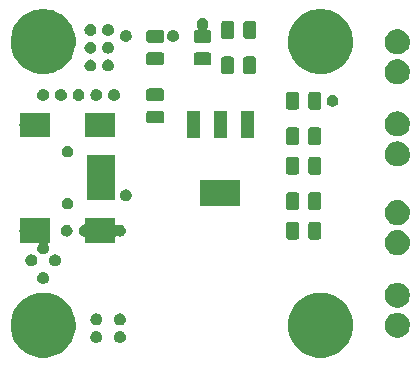
<source format=gbr>
G04 #@! TF.GenerationSoftware,KiCad,Pcbnew,(5.1.4)-1*
G04 #@! TF.CreationDate,2019-10-26T12:02:25-04:00*
G04 #@! TF.ProjectId,solar_NiMH_emulation,736f6c61-725f-44e6-994d-485f656d756c,rev?*
G04 #@! TF.SameCoordinates,Original*
G04 #@! TF.FileFunction,Soldermask,Top*
G04 #@! TF.FilePolarity,Negative*
%FSLAX46Y46*%
G04 Gerber Fmt 4.6, Leading zero omitted, Abs format (unit mm)*
G04 Created by KiCad (PCBNEW (5.1.4)-1) date 2019-10-26 12:02:25*
%MOMM*%
%LPD*%
G04 APERTURE LIST*
%ADD10C,0.100000*%
G04 APERTURE END LIST*
D10*
G36*
X142036694Y-114301860D02*
G01*
X142302437Y-114354719D01*
X142803087Y-114562095D01*
X142983561Y-114682684D01*
X143253660Y-114863158D01*
X143636842Y-115246340D01*
X143739678Y-115400246D01*
X143937905Y-115696913D01*
X144145281Y-116197563D01*
X144170362Y-116323654D01*
X144234508Y-116646136D01*
X144251000Y-116729050D01*
X144251000Y-117270950D01*
X144145281Y-117802437D01*
X143937905Y-118303087D01*
X143880398Y-118389152D01*
X143636842Y-118753660D01*
X143253660Y-119136842D01*
X142983561Y-119317316D01*
X142803087Y-119437905D01*
X142302437Y-119645281D01*
X142036694Y-119698140D01*
X141770951Y-119751000D01*
X141229049Y-119751000D01*
X140963306Y-119698140D01*
X140697563Y-119645281D01*
X140196913Y-119437905D01*
X140016439Y-119317316D01*
X139746340Y-119136842D01*
X139363158Y-118753660D01*
X139119602Y-118389152D01*
X139062095Y-118303087D01*
X138854719Y-117802437D01*
X138749000Y-117270950D01*
X138749000Y-116729050D01*
X138765493Y-116646136D01*
X138829638Y-116323654D01*
X138854719Y-116197563D01*
X139062095Y-115696913D01*
X139260322Y-115400246D01*
X139363158Y-115246340D01*
X139746340Y-114863158D01*
X140016439Y-114682684D01*
X140196913Y-114562095D01*
X140697563Y-114354719D01*
X140963306Y-114301860D01*
X141229049Y-114249000D01*
X141770951Y-114249000D01*
X142036694Y-114301860D01*
X142036694Y-114301860D01*
G37*
G36*
X118536694Y-114301860D02*
G01*
X118802437Y-114354719D01*
X119303087Y-114562095D01*
X119483561Y-114682684D01*
X119753660Y-114863158D01*
X120136842Y-115246340D01*
X120239678Y-115400246D01*
X120437905Y-115696913D01*
X120645281Y-116197563D01*
X120670362Y-116323654D01*
X120734508Y-116646136D01*
X120751000Y-116729050D01*
X120751000Y-117270950D01*
X120645281Y-117802437D01*
X120437905Y-118303087D01*
X120380398Y-118389152D01*
X120136842Y-118753660D01*
X119753660Y-119136842D01*
X119483561Y-119317316D01*
X119303087Y-119437905D01*
X118802437Y-119645281D01*
X118536694Y-119698140D01*
X118270951Y-119751000D01*
X117729049Y-119751000D01*
X117463306Y-119698140D01*
X117197563Y-119645281D01*
X116696913Y-119437905D01*
X116516439Y-119317316D01*
X116246340Y-119136842D01*
X115863158Y-118753660D01*
X115619602Y-118389152D01*
X115562095Y-118303087D01*
X115354719Y-117802437D01*
X115249000Y-117270950D01*
X115249000Y-116729050D01*
X115265493Y-116646136D01*
X115329638Y-116323654D01*
X115354719Y-116197563D01*
X115562095Y-115696913D01*
X115760322Y-115400246D01*
X115863158Y-115246340D01*
X116246340Y-114863158D01*
X116516439Y-114682684D01*
X116696913Y-114562095D01*
X117197563Y-114354719D01*
X117463306Y-114301860D01*
X117729049Y-114249000D01*
X118270951Y-114249000D01*
X118536694Y-114301860D01*
X118536694Y-114301860D01*
G37*
G36*
X122567302Y-117502572D02*
G01*
X122646136Y-117518253D01*
X122683902Y-117533896D01*
X122737311Y-117556019D01*
X122737312Y-117556020D01*
X122819369Y-117610848D01*
X122889152Y-117680631D01*
X122889153Y-117680633D01*
X122943981Y-117762689D01*
X122981747Y-117853865D01*
X123001000Y-117950655D01*
X123001000Y-118049345D01*
X122981747Y-118146135D01*
X122943981Y-118237311D01*
X122943980Y-118237312D01*
X122889152Y-118319369D01*
X122819369Y-118389152D01*
X122778062Y-118416752D01*
X122737311Y-118443981D01*
X122683902Y-118466104D01*
X122646136Y-118481747D01*
X122597740Y-118491374D01*
X122549345Y-118501000D01*
X122450655Y-118501000D01*
X122402260Y-118491374D01*
X122353864Y-118481747D01*
X122316098Y-118466104D01*
X122262689Y-118443981D01*
X122221938Y-118416752D01*
X122180631Y-118389152D01*
X122110848Y-118319369D01*
X122056020Y-118237312D01*
X122056019Y-118237311D01*
X122018253Y-118146135D01*
X121999000Y-118049345D01*
X121999000Y-117950655D01*
X122018253Y-117853865D01*
X122056019Y-117762689D01*
X122110847Y-117680633D01*
X122110848Y-117680631D01*
X122180631Y-117610848D01*
X122262688Y-117556020D01*
X122262689Y-117556019D01*
X122316098Y-117533896D01*
X122353864Y-117518253D01*
X122432698Y-117502572D01*
X122450655Y-117499000D01*
X122549345Y-117499000D01*
X122567302Y-117502572D01*
X122567302Y-117502572D01*
G37*
G36*
X124567302Y-117502572D02*
G01*
X124646136Y-117518253D01*
X124683902Y-117533896D01*
X124737311Y-117556019D01*
X124737312Y-117556020D01*
X124819369Y-117610848D01*
X124889152Y-117680631D01*
X124889153Y-117680633D01*
X124943981Y-117762689D01*
X124981747Y-117853865D01*
X125001000Y-117950655D01*
X125001000Y-118049345D01*
X124981747Y-118146135D01*
X124943981Y-118237311D01*
X124943980Y-118237312D01*
X124889152Y-118319369D01*
X124819369Y-118389152D01*
X124778062Y-118416752D01*
X124737311Y-118443981D01*
X124683902Y-118466104D01*
X124646136Y-118481747D01*
X124597740Y-118491374D01*
X124549345Y-118501000D01*
X124450655Y-118501000D01*
X124402260Y-118491374D01*
X124353864Y-118481747D01*
X124316098Y-118466104D01*
X124262689Y-118443981D01*
X124221938Y-118416752D01*
X124180631Y-118389152D01*
X124110848Y-118319369D01*
X124056020Y-118237312D01*
X124056019Y-118237311D01*
X124018253Y-118146135D01*
X123999000Y-118049345D01*
X123999000Y-117950655D01*
X124018253Y-117853865D01*
X124056019Y-117762689D01*
X124110847Y-117680633D01*
X124110848Y-117680631D01*
X124180631Y-117610848D01*
X124262688Y-117556020D01*
X124262689Y-117556019D01*
X124316098Y-117533896D01*
X124353864Y-117518253D01*
X124432698Y-117502572D01*
X124450655Y-117499000D01*
X124549345Y-117499000D01*
X124567302Y-117502572D01*
X124567302Y-117502572D01*
G37*
G36*
X148241154Y-115966182D02*
G01*
X148309482Y-115979773D01*
X148402380Y-116018253D01*
X148502573Y-116059754D01*
X148676346Y-116175865D01*
X148824135Y-116323654D01*
X148940246Y-116497427D01*
X148961751Y-116549345D01*
X149020227Y-116690518D01*
X149029535Y-116737312D01*
X149061000Y-116895499D01*
X149061000Y-117104501D01*
X149020227Y-117309481D01*
X148940246Y-117502573D01*
X148824135Y-117676346D01*
X148676346Y-117824135D01*
X148502573Y-117940246D01*
X148406027Y-117980237D01*
X148309482Y-118020227D01*
X148241154Y-118033818D01*
X148104501Y-118061000D01*
X147895499Y-118061000D01*
X147758846Y-118033818D01*
X147690518Y-118020227D01*
X147593973Y-117980237D01*
X147497427Y-117940246D01*
X147323654Y-117824135D01*
X147175865Y-117676346D01*
X147059754Y-117502573D01*
X146979773Y-117309481D01*
X146939000Y-117104501D01*
X146939000Y-116895499D01*
X146970465Y-116737312D01*
X146979773Y-116690518D01*
X147038249Y-116549345D01*
X147059754Y-116497427D01*
X147175865Y-116323654D01*
X147323654Y-116175865D01*
X147497427Y-116059754D01*
X147597620Y-116018253D01*
X147690518Y-115979773D01*
X147758846Y-115966182D01*
X147895499Y-115939000D01*
X148104501Y-115939000D01*
X148241154Y-115966182D01*
X148241154Y-115966182D01*
G37*
G36*
X124597740Y-116008627D02*
G01*
X124646136Y-116018253D01*
X124683902Y-116033896D01*
X124737311Y-116056019D01*
X124778062Y-116083248D01*
X124819369Y-116110848D01*
X124889152Y-116180631D01*
X124889153Y-116180633D01*
X124943981Y-116262689D01*
X124966104Y-116316098D01*
X124969233Y-116323652D01*
X124981747Y-116353865D01*
X125001000Y-116450655D01*
X125001000Y-116549345D01*
X124981747Y-116646135D01*
X124943981Y-116737311D01*
X124943980Y-116737312D01*
X124889152Y-116819369D01*
X124819369Y-116889152D01*
X124809870Y-116895499D01*
X124737311Y-116943981D01*
X124683902Y-116966104D01*
X124646136Y-116981747D01*
X124597740Y-116991374D01*
X124549345Y-117001000D01*
X124450655Y-117001000D01*
X124402260Y-116991374D01*
X124353864Y-116981747D01*
X124316098Y-116966104D01*
X124262689Y-116943981D01*
X124190130Y-116895499D01*
X124180631Y-116889152D01*
X124110848Y-116819369D01*
X124056020Y-116737312D01*
X124056019Y-116737311D01*
X124018253Y-116646135D01*
X123999000Y-116549345D01*
X123999000Y-116450655D01*
X124018253Y-116353865D01*
X124030768Y-116323652D01*
X124033896Y-116316098D01*
X124056019Y-116262689D01*
X124110847Y-116180633D01*
X124110848Y-116180631D01*
X124180631Y-116110848D01*
X124221938Y-116083248D01*
X124262689Y-116056019D01*
X124316098Y-116033896D01*
X124353864Y-116018253D01*
X124402260Y-116008627D01*
X124450655Y-115999000D01*
X124549345Y-115999000D01*
X124597740Y-116008627D01*
X124597740Y-116008627D01*
G37*
G36*
X122597740Y-116008627D02*
G01*
X122646136Y-116018253D01*
X122683902Y-116033896D01*
X122737311Y-116056019D01*
X122778062Y-116083248D01*
X122819369Y-116110848D01*
X122889152Y-116180631D01*
X122889153Y-116180633D01*
X122943981Y-116262689D01*
X122966104Y-116316098D01*
X122969233Y-116323652D01*
X122981747Y-116353865D01*
X123001000Y-116450655D01*
X123001000Y-116549345D01*
X122981747Y-116646135D01*
X122943981Y-116737311D01*
X122943980Y-116737312D01*
X122889152Y-116819369D01*
X122819369Y-116889152D01*
X122809870Y-116895499D01*
X122737311Y-116943981D01*
X122683902Y-116966104D01*
X122646136Y-116981747D01*
X122597740Y-116991374D01*
X122549345Y-117001000D01*
X122450655Y-117001000D01*
X122402260Y-116991374D01*
X122353864Y-116981747D01*
X122316098Y-116966104D01*
X122262689Y-116943981D01*
X122190130Y-116895499D01*
X122180631Y-116889152D01*
X122110848Y-116819369D01*
X122056020Y-116737312D01*
X122056019Y-116737311D01*
X122018253Y-116646135D01*
X121999000Y-116549345D01*
X121999000Y-116450655D01*
X122018253Y-116353865D01*
X122030768Y-116323652D01*
X122033896Y-116316098D01*
X122056019Y-116262689D01*
X122110847Y-116180633D01*
X122110848Y-116180631D01*
X122180631Y-116110848D01*
X122221938Y-116083248D01*
X122262689Y-116056019D01*
X122316098Y-116033896D01*
X122353864Y-116018253D01*
X122402260Y-116008627D01*
X122450655Y-115999000D01*
X122549345Y-115999000D01*
X122597740Y-116008627D01*
X122597740Y-116008627D01*
G37*
G36*
X148241154Y-113426182D02*
G01*
X148309482Y-113439773D01*
X148406027Y-113479763D01*
X148502573Y-113519754D01*
X148676346Y-113635865D01*
X148824135Y-113783654D01*
X148940246Y-113957427D01*
X149020227Y-114150519D01*
X149061000Y-114355499D01*
X149061000Y-114564501D01*
X149020227Y-114769481D01*
X148940246Y-114962573D01*
X148824135Y-115136346D01*
X148676346Y-115284135D01*
X148502573Y-115400246D01*
X148406027Y-115440236D01*
X148309482Y-115480227D01*
X148241154Y-115493818D01*
X148104501Y-115521000D01*
X147895499Y-115521000D01*
X147758846Y-115493818D01*
X147690518Y-115480227D01*
X147593973Y-115440236D01*
X147497427Y-115400246D01*
X147323654Y-115284135D01*
X147175865Y-115136346D01*
X147059754Y-114962573D01*
X146979773Y-114769481D01*
X146939000Y-114564501D01*
X146939000Y-114355499D01*
X146979773Y-114150519D01*
X147059754Y-113957427D01*
X147175865Y-113783654D01*
X147323654Y-113635865D01*
X147497427Y-113519754D01*
X147593973Y-113479763D01*
X147690518Y-113439773D01*
X147758846Y-113426182D01*
X147895499Y-113399000D01*
X148104501Y-113399000D01*
X148241154Y-113426182D01*
X148241154Y-113426182D01*
G37*
G36*
X118097740Y-112508627D02*
G01*
X118146136Y-112518253D01*
X118183902Y-112533896D01*
X118237311Y-112556019D01*
X118237312Y-112556020D01*
X118319369Y-112610848D01*
X118389152Y-112680631D01*
X118389153Y-112680633D01*
X118443981Y-112762689D01*
X118481747Y-112853865D01*
X118501000Y-112950655D01*
X118501000Y-113049345D01*
X118481747Y-113146135D01*
X118443981Y-113237311D01*
X118443980Y-113237312D01*
X118389152Y-113319369D01*
X118319369Y-113389152D01*
X118304630Y-113399000D01*
X118237311Y-113443981D01*
X118183902Y-113466104D01*
X118146136Y-113481747D01*
X118097740Y-113491373D01*
X118049345Y-113501000D01*
X117950655Y-113501000D01*
X117902260Y-113491373D01*
X117853864Y-113481747D01*
X117816098Y-113466104D01*
X117762689Y-113443981D01*
X117695370Y-113399000D01*
X117680631Y-113389152D01*
X117610848Y-113319369D01*
X117556020Y-113237312D01*
X117556019Y-113237311D01*
X117518253Y-113146135D01*
X117499000Y-113049345D01*
X117499000Y-112950655D01*
X117518253Y-112853865D01*
X117556019Y-112762689D01*
X117610847Y-112680633D01*
X117610848Y-112680631D01*
X117680631Y-112610848D01*
X117762688Y-112556020D01*
X117762689Y-112556019D01*
X117816098Y-112533896D01*
X117853864Y-112518253D01*
X117902260Y-112508627D01*
X117950655Y-112499000D01*
X118049345Y-112499000D01*
X118097740Y-112508627D01*
X118097740Y-112508627D01*
G37*
G36*
X117097740Y-111008626D02*
G01*
X117146136Y-111018253D01*
X117183902Y-111033896D01*
X117237311Y-111056019D01*
X117278062Y-111083248D01*
X117319369Y-111110848D01*
X117389152Y-111180631D01*
X117389153Y-111180633D01*
X117443981Y-111262689D01*
X117481747Y-111353865D01*
X117501000Y-111450655D01*
X117501000Y-111549345D01*
X117481747Y-111646135D01*
X117443981Y-111737311D01*
X117443980Y-111737312D01*
X117389152Y-111819369D01*
X117319369Y-111889152D01*
X117278062Y-111916752D01*
X117237311Y-111943981D01*
X117183902Y-111966104D01*
X117146136Y-111981747D01*
X117097740Y-111991373D01*
X117049345Y-112001000D01*
X116950655Y-112001000D01*
X116902260Y-111991373D01*
X116853864Y-111981747D01*
X116816098Y-111966104D01*
X116762689Y-111943981D01*
X116721938Y-111916752D01*
X116680631Y-111889152D01*
X116610848Y-111819369D01*
X116556020Y-111737312D01*
X116556019Y-111737311D01*
X116518253Y-111646135D01*
X116499000Y-111549345D01*
X116499000Y-111450655D01*
X116518253Y-111353865D01*
X116556019Y-111262689D01*
X116610847Y-111180633D01*
X116610848Y-111180631D01*
X116680631Y-111110848D01*
X116721938Y-111083248D01*
X116762689Y-111056019D01*
X116816098Y-111033896D01*
X116853864Y-111018253D01*
X116902260Y-111008626D01*
X116950655Y-110999000D01*
X117049345Y-110999000D01*
X117097740Y-111008626D01*
X117097740Y-111008626D01*
G37*
G36*
X119097740Y-111008626D02*
G01*
X119146136Y-111018253D01*
X119183902Y-111033896D01*
X119237311Y-111056019D01*
X119278062Y-111083248D01*
X119319369Y-111110848D01*
X119389152Y-111180631D01*
X119389153Y-111180633D01*
X119443981Y-111262689D01*
X119481747Y-111353865D01*
X119501000Y-111450655D01*
X119501000Y-111549345D01*
X119481747Y-111646135D01*
X119443981Y-111737311D01*
X119443980Y-111737312D01*
X119389152Y-111819369D01*
X119319369Y-111889152D01*
X119278062Y-111916752D01*
X119237311Y-111943981D01*
X119183902Y-111966104D01*
X119146136Y-111981747D01*
X119097740Y-111991373D01*
X119049345Y-112001000D01*
X118950655Y-112001000D01*
X118902260Y-111991373D01*
X118853864Y-111981747D01*
X118816098Y-111966104D01*
X118762689Y-111943981D01*
X118721938Y-111916752D01*
X118680631Y-111889152D01*
X118610848Y-111819369D01*
X118556020Y-111737312D01*
X118556019Y-111737311D01*
X118518253Y-111646135D01*
X118499000Y-111549345D01*
X118499000Y-111450655D01*
X118518253Y-111353865D01*
X118556019Y-111262689D01*
X118610847Y-111180633D01*
X118610848Y-111180631D01*
X118680631Y-111110848D01*
X118721938Y-111083248D01*
X118762689Y-111056019D01*
X118816098Y-111033896D01*
X118853864Y-111018253D01*
X118902260Y-111008626D01*
X118950655Y-110999000D01*
X119049345Y-110999000D01*
X119097740Y-111008626D01*
X119097740Y-111008626D01*
G37*
G36*
X148241154Y-108966182D02*
G01*
X148309482Y-108979773D01*
X148406027Y-109019763D01*
X148502573Y-109059754D01*
X148676346Y-109175865D01*
X148824135Y-109323654D01*
X148940246Y-109497427D01*
X148940246Y-109497428D01*
X149020227Y-109690518D01*
X149025227Y-109715654D01*
X149061000Y-109895499D01*
X149061000Y-110104501D01*
X149051873Y-110150385D01*
X149029535Y-110262689D01*
X149020227Y-110309481D01*
X148940246Y-110502573D01*
X148824135Y-110676346D01*
X148676346Y-110824135D01*
X148502573Y-110940246D01*
X148406027Y-110980237D01*
X148309482Y-111020227D01*
X148241154Y-111033818D01*
X148104501Y-111061000D01*
X147895499Y-111061000D01*
X147758846Y-111033818D01*
X147690518Y-111020227D01*
X147593973Y-110980237D01*
X147497427Y-110940246D01*
X147323654Y-110824135D01*
X147175865Y-110676346D01*
X147059754Y-110502573D01*
X146979773Y-110309481D01*
X146970466Y-110262689D01*
X146948127Y-110150385D01*
X146939000Y-110104501D01*
X146939000Y-109895499D01*
X146974773Y-109715654D01*
X146979773Y-109690518D01*
X147059754Y-109497428D01*
X147059754Y-109497427D01*
X147175865Y-109323654D01*
X147323654Y-109175865D01*
X147497427Y-109059754D01*
X147593973Y-109019763D01*
X147690518Y-108979773D01*
X147758846Y-108966182D01*
X147895499Y-108939000D01*
X148104501Y-108939000D01*
X148241154Y-108966182D01*
X148241154Y-108966182D01*
G37*
G36*
X118620001Y-110001000D02*
G01*
X118502983Y-110001000D01*
X118478597Y-110003402D01*
X118455148Y-110010515D01*
X118433537Y-110022066D01*
X118414595Y-110037611D01*
X118399050Y-110056553D01*
X118387499Y-110078164D01*
X118380386Y-110101613D01*
X118377984Y-110125999D01*
X118380386Y-110150385D01*
X118387499Y-110173834D01*
X118399050Y-110195445D01*
X118443981Y-110262689D01*
X118463363Y-110309481D01*
X118481747Y-110353864D01*
X118501000Y-110450656D01*
X118501000Y-110549344D01*
X118481747Y-110646136D01*
X118466104Y-110683902D01*
X118443981Y-110737311D01*
X118443980Y-110737312D01*
X118389152Y-110819369D01*
X118319369Y-110889152D01*
X118278062Y-110916752D01*
X118237311Y-110943981D01*
X118183902Y-110966104D01*
X118146136Y-110981747D01*
X118097740Y-110991373D01*
X118049345Y-111001000D01*
X117950655Y-111001000D01*
X117902260Y-110991373D01*
X117853864Y-110981747D01*
X117816098Y-110966104D01*
X117762689Y-110943981D01*
X117721938Y-110916752D01*
X117680631Y-110889152D01*
X117610848Y-110819369D01*
X117556020Y-110737312D01*
X117556019Y-110737311D01*
X117533896Y-110683902D01*
X117518253Y-110646136D01*
X117499000Y-110549344D01*
X117499000Y-110450656D01*
X117518253Y-110353864D01*
X117536637Y-110309481D01*
X117556019Y-110262689D01*
X117600950Y-110195445D01*
X117612501Y-110173834D01*
X117619614Y-110150385D01*
X117622016Y-110125999D01*
X117619614Y-110101613D01*
X117612501Y-110078164D01*
X117600950Y-110056553D01*
X117585405Y-110037612D01*
X117566463Y-110022066D01*
X117544852Y-110010515D01*
X117521403Y-110003402D01*
X117497017Y-110001000D01*
X116018001Y-110001000D01*
X116018001Y-109157179D01*
X116015599Y-109132793D01*
X115999000Y-109049345D01*
X115999000Y-108950655D01*
X116015599Y-108867207D01*
X116018001Y-108842821D01*
X116018001Y-107899000D01*
X118620001Y-107899000D01*
X118620001Y-110001000D01*
X118620001Y-110001000D01*
G37*
G36*
X124120001Y-108428048D02*
G01*
X124122403Y-108452434D01*
X124129516Y-108475883D01*
X124141067Y-108497494D01*
X124156612Y-108516436D01*
X124175554Y-108531981D01*
X124197165Y-108543532D01*
X124220614Y-108550645D01*
X124245000Y-108553047D01*
X124269386Y-108550645D01*
X124292835Y-108543532D01*
X124325724Y-108529909D01*
X124353864Y-108518253D01*
X124417390Y-108505617D01*
X124450655Y-108499000D01*
X124549345Y-108499000D01*
X124582610Y-108505617D01*
X124646136Y-108518253D01*
X124679278Y-108531981D01*
X124737311Y-108556019D01*
X124737312Y-108556020D01*
X124819369Y-108610848D01*
X124889152Y-108680631D01*
X124889153Y-108680633D01*
X124943981Y-108762689D01*
X124966104Y-108816098D01*
X124977173Y-108842821D01*
X124981747Y-108853865D01*
X124998682Y-108939000D01*
X125001000Y-108950656D01*
X125001000Y-109049344D01*
X124981747Y-109146136D01*
X124969433Y-109175865D01*
X124943981Y-109237311D01*
X124943980Y-109237312D01*
X124889152Y-109319369D01*
X124819369Y-109389152D01*
X124778062Y-109416752D01*
X124737311Y-109443981D01*
X124707164Y-109456468D01*
X124646136Y-109481747D01*
X124597740Y-109491374D01*
X124549345Y-109501000D01*
X124450655Y-109501000D01*
X124402260Y-109491374D01*
X124353864Y-109481747D01*
X124320722Y-109468019D01*
X124292835Y-109456468D01*
X124269386Y-109449355D01*
X124245000Y-109446953D01*
X124220613Y-109449355D01*
X124197165Y-109456468D01*
X124175554Y-109468019D01*
X124156612Y-109483565D01*
X124141067Y-109502507D01*
X124129516Y-109524117D01*
X124122403Y-109547566D01*
X124120001Y-109571952D01*
X124120001Y-110001000D01*
X121518001Y-110001000D01*
X121518001Y-109616980D01*
X121515599Y-109592594D01*
X121508486Y-109569145D01*
X121496935Y-109547534D01*
X121481390Y-109528592D01*
X121462448Y-109513047D01*
X121440837Y-109501496D01*
X121417389Y-109494383D01*
X121353864Y-109481747D01*
X121262689Y-109443981D01*
X121221938Y-109416752D01*
X121180631Y-109389152D01*
X121110848Y-109319369D01*
X121056020Y-109237312D01*
X121056019Y-109237311D01*
X121030567Y-109175865D01*
X121018253Y-109146136D01*
X120999000Y-109049344D01*
X120999000Y-108950656D01*
X121001319Y-108939000D01*
X121018253Y-108853865D01*
X121022828Y-108842821D01*
X121033896Y-108816098D01*
X121056019Y-108762689D01*
X121110847Y-108680633D01*
X121110848Y-108680631D01*
X121180631Y-108610848D01*
X121262688Y-108556020D01*
X121262689Y-108556019D01*
X121353864Y-108518253D01*
X121417389Y-108505617D01*
X121440838Y-108498504D01*
X121462448Y-108486952D01*
X121481390Y-108471407D01*
X121496935Y-108452465D01*
X121508486Y-108430854D01*
X121515599Y-108407405D01*
X121518001Y-108383020D01*
X121518001Y-107899000D01*
X124120001Y-107899000D01*
X124120001Y-108428048D01*
X124120001Y-108428048D01*
G37*
G36*
X141371968Y-108253565D02*
G01*
X141410638Y-108265296D01*
X141446277Y-108284346D01*
X141477517Y-108309983D01*
X141503154Y-108341223D01*
X141522204Y-108376862D01*
X141533935Y-108415532D01*
X141538500Y-108461888D01*
X141538500Y-109538112D01*
X141533935Y-109584468D01*
X141522204Y-109623138D01*
X141503154Y-109658777D01*
X141477517Y-109690017D01*
X141446277Y-109715654D01*
X141410638Y-109734704D01*
X141371968Y-109746435D01*
X141325612Y-109751000D01*
X140674388Y-109751000D01*
X140628032Y-109746435D01*
X140589362Y-109734704D01*
X140553723Y-109715654D01*
X140522483Y-109690017D01*
X140496846Y-109658777D01*
X140477796Y-109623138D01*
X140466065Y-109584468D01*
X140461500Y-109538112D01*
X140461500Y-108461888D01*
X140466065Y-108415532D01*
X140477796Y-108376862D01*
X140496846Y-108341223D01*
X140522483Y-108309983D01*
X140553723Y-108284346D01*
X140589362Y-108265296D01*
X140628032Y-108253565D01*
X140674388Y-108249000D01*
X141325612Y-108249000D01*
X141371968Y-108253565D01*
X141371968Y-108253565D01*
G37*
G36*
X139496968Y-108253565D02*
G01*
X139535638Y-108265296D01*
X139571277Y-108284346D01*
X139602517Y-108309983D01*
X139628154Y-108341223D01*
X139647204Y-108376862D01*
X139658935Y-108415532D01*
X139663500Y-108461888D01*
X139663500Y-109538112D01*
X139658935Y-109584468D01*
X139647204Y-109623138D01*
X139628154Y-109658777D01*
X139602517Y-109690017D01*
X139571277Y-109715654D01*
X139535638Y-109734704D01*
X139496968Y-109746435D01*
X139450612Y-109751000D01*
X138799388Y-109751000D01*
X138753032Y-109746435D01*
X138714362Y-109734704D01*
X138678723Y-109715654D01*
X138647483Y-109690017D01*
X138621846Y-109658777D01*
X138602796Y-109623138D01*
X138591065Y-109584468D01*
X138586500Y-109538112D01*
X138586500Y-108461888D01*
X138591065Y-108415532D01*
X138602796Y-108376862D01*
X138621846Y-108341223D01*
X138647483Y-108309983D01*
X138678723Y-108284346D01*
X138714362Y-108265296D01*
X138753032Y-108253565D01*
X138799388Y-108249000D01*
X139450612Y-108249000D01*
X139496968Y-108253565D01*
X139496968Y-108253565D01*
G37*
G36*
X120082610Y-108505617D02*
G01*
X120146136Y-108518253D01*
X120179278Y-108531981D01*
X120237311Y-108556019D01*
X120237312Y-108556020D01*
X120319369Y-108610848D01*
X120389152Y-108680631D01*
X120389153Y-108680633D01*
X120443981Y-108762689D01*
X120466104Y-108816098D01*
X120477173Y-108842821D01*
X120481747Y-108853865D01*
X120498682Y-108939000D01*
X120501000Y-108950656D01*
X120501000Y-109049344D01*
X120481747Y-109146136D01*
X120469433Y-109175865D01*
X120443981Y-109237311D01*
X120443980Y-109237312D01*
X120389152Y-109319369D01*
X120319369Y-109389152D01*
X120278062Y-109416752D01*
X120237311Y-109443981D01*
X120207164Y-109456468D01*
X120146136Y-109481747D01*
X120097740Y-109491374D01*
X120049345Y-109501000D01*
X119950655Y-109501000D01*
X119902260Y-109491374D01*
X119853864Y-109481747D01*
X119792836Y-109456468D01*
X119762689Y-109443981D01*
X119721938Y-109416752D01*
X119680631Y-109389152D01*
X119610848Y-109319369D01*
X119556020Y-109237312D01*
X119556019Y-109237311D01*
X119530567Y-109175865D01*
X119518253Y-109146136D01*
X119499000Y-109049344D01*
X119499000Y-108950656D01*
X119501319Y-108939000D01*
X119518253Y-108853865D01*
X119522828Y-108842821D01*
X119533896Y-108816098D01*
X119556019Y-108762689D01*
X119610847Y-108680633D01*
X119610848Y-108680631D01*
X119680631Y-108610848D01*
X119762688Y-108556020D01*
X119762689Y-108556019D01*
X119820722Y-108531981D01*
X119853864Y-108518253D01*
X119917390Y-108505617D01*
X119950655Y-108499000D01*
X120049345Y-108499000D01*
X120082610Y-108505617D01*
X120082610Y-108505617D01*
G37*
G36*
X148241154Y-106426182D02*
G01*
X148309482Y-106439773D01*
X148406027Y-106479763D01*
X148502573Y-106519754D01*
X148676346Y-106635865D01*
X148824135Y-106783654D01*
X148940246Y-106957427D01*
X148940246Y-106957428D01*
X149020227Y-107150518D01*
X149026439Y-107181747D01*
X149061000Y-107355499D01*
X149061000Y-107564501D01*
X149020227Y-107769481D01*
X148940246Y-107962573D01*
X148824135Y-108136346D01*
X148676346Y-108284135D01*
X148502573Y-108400246D01*
X148428678Y-108430854D01*
X148309482Y-108480227D01*
X148241154Y-108493818D01*
X148104501Y-108521000D01*
X147895499Y-108521000D01*
X147758846Y-108493818D01*
X147690518Y-108480227D01*
X147571322Y-108430854D01*
X147497427Y-108400246D01*
X147323654Y-108284135D01*
X147175865Y-108136346D01*
X147059754Y-107962573D01*
X146979773Y-107769481D01*
X146939000Y-107564501D01*
X146939000Y-107355499D01*
X146973561Y-107181747D01*
X146979773Y-107150518D01*
X147059754Y-106957428D01*
X147059754Y-106957427D01*
X147175865Y-106783654D01*
X147323654Y-106635865D01*
X147497427Y-106519754D01*
X147593973Y-106479763D01*
X147690518Y-106439773D01*
X147758846Y-106426182D01*
X147895499Y-106399000D01*
X148104501Y-106399000D01*
X148241154Y-106426182D01*
X148241154Y-106426182D01*
G37*
G36*
X139496968Y-105753565D02*
G01*
X139535638Y-105765296D01*
X139571277Y-105784346D01*
X139602517Y-105809983D01*
X139628154Y-105841223D01*
X139647204Y-105876862D01*
X139658935Y-105915532D01*
X139663500Y-105961888D01*
X139663500Y-107038112D01*
X139658935Y-107084468D01*
X139647204Y-107123138D01*
X139628154Y-107158777D01*
X139602517Y-107190017D01*
X139571277Y-107215654D01*
X139535638Y-107234704D01*
X139496968Y-107246435D01*
X139450612Y-107251000D01*
X138799388Y-107251000D01*
X138753032Y-107246435D01*
X138714362Y-107234704D01*
X138678723Y-107215654D01*
X138647483Y-107190017D01*
X138621846Y-107158777D01*
X138602796Y-107123138D01*
X138591065Y-107084468D01*
X138586500Y-107038112D01*
X138586500Y-105961888D01*
X138591065Y-105915532D01*
X138602796Y-105876862D01*
X138621846Y-105841223D01*
X138647483Y-105809983D01*
X138678723Y-105784346D01*
X138714362Y-105765296D01*
X138753032Y-105753565D01*
X138799388Y-105749000D01*
X139450612Y-105749000D01*
X139496968Y-105753565D01*
X139496968Y-105753565D01*
G37*
G36*
X141371968Y-105753565D02*
G01*
X141410638Y-105765296D01*
X141446277Y-105784346D01*
X141477517Y-105809983D01*
X141503154Y-105841223D01*
X141522204Y-105876862D01*
X141533935Y-105915532D01*
X141538500Y-105961888D01*
X141538500Y-107038112D01*
X141533935Y-107084468D01*
X141522204Y-107123138D01*
X141503154Y-107158777D01*
X141477517Y-107190017D01*
X141446277Y-107215654D01*
X141410638Y-107234704D01*
X141371968Y-107246435D01*
X141325612Y-107251000D01*
X140674388Y-107251000D01*
X140628032Y-107246435D01*
X140589362Y-107234704D01*
X140553723Y-107215654D01*
X140522483Y-107190017D01*
X140496846Y-107158777D01*
X140477796Y-107123138D01*
X140466065Y-107084468D01*
X140461500Y-107038112D01*
X140461500Y-105961888D01*
X140466065Y-105915532D01*
X140477796Y-105876862D01*
X140496846Y-105841223D01*
X140522483Y-105809983D01*
X140553723Y-105784346D01*
X140589362Y-105765296D01*
X140628032Y-105753565D01*
X140674388Y-105749000D01*
X141325612Y-105749000D01*
X141371968Y-105753565D01*
X141371968Y-105753565D01*
G37*
G36*
X120166741Y-106208626D02*
G01*
X120215137Y-106218253D01*
X120252903Y-106233896D01*
X120306312Y-106256019D01*
X120306313Y-106256020D01*
X120388370Y-106310848D01*
X120458153Y-106380631D01*
X120471763Y-106401000D01*
X120512982Y-106462689D01*
X120550748Y-106553865D01*
X120570001Y-106650655D01*
X120570001Y-106749345D01*
X120550748Y-106846135D01*
X120512982Y-106937311D01*
X120512981Y-106937312D01*
X120458153Y-107019369D01*
X120388370Y-107089152D01*
X120347063Y-107116752D01*
X120306312Y-107143981D01*
X120270591Y-107158777D01*
X120215137Y-107181747D01*
X120166741Y-107191374D01*
X120118346Y-107201000D01*
X120019656Y-107201000D01*
X119971261Y-107191374D01*
X119922865Y-107181747D01*
X119867411Y-107158777D01*
X119831690Y-107143981D01*
X119790939Y-107116752D01*
X119749632Y-107089152D01*
X119679849Y-107019369D01*
X119625021Y-106937312D01*
X119625020Y-106937311D01*
X119587254Y-106846135D01*
X119568001Y-106749345D01*
X119568001Y-106650655D01*
X119587254Y-106553865D01*
X119625020Y-106462689D01*
X119666239Y-106401000D01*
X119679849Y-106380631D01*
X119749632Y-106310848D01*
X119831689Y-106256020D01*
X119831690Y-106256019D01*
X119885099Y-106233896D01*
X119922865Y-106218253D01*
X119971261Y-106208626D01*
X120019656Y-106199000D01*
X120118346Y-106199000D01*
X120166741Y-106208626D01*
X120166741Y-106208626D01*
G37*
G36*
X134676000Y-106926000D02*
G01*
X131324000Y-106926000D01*
X131324000Y-104674000D01*
X134676000Y-104674000D01*
X134676000Y-106926000D01*
X134676000Y-106926000D01*
G37*
G36*
X125097740Y-105508626D02*
G01*
X125146136Y-105518253D01*
X125183902Y-105533896D01*
X125237311Y-105556019D01*
X125237312Y-105556020D01*
X125319369Y-105610848D01*
X125389152Y-105680631D01*
X125389153Y-105680633D01*
X125443981Y-105762689D01*
X125457106Y-105794377D01*
X125481747Y-105853864D01*
X125491374Y-105902260D01*
X125501000Y-105950655D01*
X125501000Y-106049345D01*
X125481747Y-106146135D01*
X125443981Y-106237311D01*
X125443980Y-106237312D01*
X125389152Y-106319369D01*
X125319369Y-106389152D01*
X125304630Y-106399000D01*
X125237311Y-106443981D01*
X125192148Y-106462688D01*
X125146136Y-106481747D01*
X125097740Y-106491374D01*
X125049345Y-106501000D01*
X124950655Y-106501000D01*
X124902260Y-106491373D01*
X124853864Y-106481747D01*
X124807852Y-106462688D01*
X124762689Y-106443981D01*
X124695370Y-106399000D01*
X124680631Y-106389152D01*
X124610848Y-106319369D01*
X124556020Y-106237312D01*
X124556019Y-106237311D01*
X124518253Y-106146135D01*
X124499000Y-106049345D01*
X124499000Y-105950655D01*
X124508626Y-105902260D01*
X124518253Y-105853864D01*
X124542894Y-105794377D01*
X124556019Y-105762689D01*
X124610847Y-105680633D01*
X124610848Y-105680631D01*
X124680631Y-105610848D01*
X124762688Y-105556020D01*
X124762689Y-105556019D01*
X124816098Y-105533896D01*
X124853864Y-105518253D01*
X124902260Y-105508626D01*
X124950655Y-105499000D01*
X125049345Y-105499000D01*
X125097740Y-105508626D01*
X125097740Y-105508626D01*
G37*
G36*
X124120001Y-106401000D02*
G01*
X121718001Y-106401000D01*
X121718001Y-102599000D01*
X124120001Y-102599000D01*
X124120001Y-106401000D01*
X124120001Y-106401000D01*
G37*
G36*
X141371968Y-102753565D02*
G01*
X141410638Y-102765296D01*
X141446277Y-102784346D01*
X141477517Y-102809983D01*
X141503154Y-102841223D01*
X141522204Y-102876862D01*
X141533935Y-102915532D01*
X141538500Y-102961888D01*
X141538500Y-104038112D01*
X141533935Y-104084468D01*
X141522204Y-104123138D01*
X141503154Y-104158777D01*
X141477517Y-104190017D01*
X141446277Y-104215654D01*
X141410638Y-104234704D01*
X141371968Y-104246435D01*
X141325612Y-104251000D01*
X140674388Y-104251000D01*
X140628032Y-104246435D01*
X140589362Y-104234704D01*
X140553723Y-104215654D01*
X140522483Y-104190017D01*
X140496846Y-104158777D01*
X140477796Y-104123138D01*
X140466065Y-104084468D01*
X140461500Y-104038112D01*
X140461500Y-102961888D01*
X140466065Y-102915532D01*
X140477796Y-102876862D01*
X140496846Y-102841223D01*
X140522483Y-102809983D01*
X140553723Y-102784346D01*
X140589362Y-102765296D01*
X140628032Y-102753565D01*
X140674388Y-102749000D01*
X141325612Y-102749000D01*
X141371968Y-102753565D01*
X141371968Y-102753565D01*
G37*
G36*
X139496968Y-102753565D02*
G01*
X139535638Y-102765296D01*
X139571277Y-102784346D01*
X139602517Y-102809983D01*
X139628154Y-102841223D01*
X139647204Y-102876862D01*
X139658935Y-102915532D01*
X139663500Y-102961888D01*
X139663500Y-104038112D01*
X139658935Y-104084468D01*
X139647204Y-104123138D01*
X139628154Y-104158777D01*
X139602517Y-104190017D01*
X139571277Y-104215654D01*
X139535638Y-104234704D01*
X139496968Y-104246435D01*
X139450612Y-104251000D01*
X138799388Y-104251000D01*
X138753032Y-104246435D01*
X138714362Y-104234704D01*
X138678723Y-104215654D01*
X138647483Y-104190017D01*
X138621846Y-104158777D01*
X138602796Y-104123138D01*
X138591065Y-104084468D01*
X138586500Y-104038112D01*
X138586500Y-102961888D01*
X138591065Y-102915532D01*
X138602796Y-102876862D01*
X138621846Y-102841223D01*
X138647483Y-102809983D01*
X138678723Y-102784346D01*
X138714362Y-102765296D01*
X138753032Y-102753565D01*
X138799388Y-102749000D01*
X139450612Y-102749000D01*
X139496968Y-102753565D01*
X139496968Y-102753565D01*
G37*
G36*
X148241154Y-101466182D02*
G01*
X148309482Y-101479773D01*
X148406027Y-101519764D01*
X148502573Y-101559754D01*
X148676346Y-101675865D01*
X148824135Y-101823654D01*
X148940246Y-101997427D01*
X148940246Y-101997428D01*
X149005045Y-102153865D01*
X149020227Y-102190519D01*
X149061000Y-102395499D01*
X149061000Y-102604501D01*
X149044162Y-102689152D01*
X149023232Y-102794377D01*
X149020227Y-102809481D01*
X148940246Y-103002573D01*
X148824135Y-103176346D01*
X148676346Y-103324135D01*
X148502573Y-103440246D01*
X148406027Y-103480236D01*
X148309482Y-103520227D01*
X148241154Y-103533818D01*
X148104501Y-103561000D01*
X147895499Y-103561000D01*
X147758846Y-103533818D01*
X147690518Y-103520227D01*
X147593973Y-103480236D01*
X147497427Y-103440246D01*
X147323654Y-103324135D01*
X147175865Y-103176346D01*
X147059754Y-103002573D01*
X146979773Y-102809481D01*
X146976769Y-102794377D01*
X146955838Y-102689152D01*
X146939000Y-102604501D01*
X146939000Y-102395499D01*
X146979773Y-102190519D01*
X146994956Y-102153865D01*
X147059754Y-101997428D01*
X147059754Y-101997427D01*
X147175865Y-101823654D01*
X147323654Y-101675865D01*
X147497427Y-101559754D01*
X147593973Y-101519764D01*
X147690518Y-101479773D01*
X147758846Y-101466182D01*
X147895499Y-101439000D01*
X148104501Y-101439000D01*
X148241154Y-101466182D01*
X148241154Y-101466182D01*
G37*
G36*
X120166741Y-101808627D02*
G01*
X120215137Y-101818253D01*
X120252903Y-101833896D01*
X120306312Y-101856019D01*
X120306313Y-101856020D01*
X120388370Y-101910848D01*
X120458153Y-101980631D01*
X120469376Y-101997428D01*
X120512982Y-102062689D01*
X120550748Y-102153865D01*
X120570001Y-102250655D01*
X120570001Y-102349345D01*
X120550748Y-102446135D01*
X120512982Y-102537311D01*
X120512981Y-102537312D01*
X120458153Y-102619369D01*
X120388370Y-102689152D01*
X120347063Y-102716752D01*
X120306312Y-102743981D01*
X120254853Y-102765296D01*
X120215137Y-102781747D01*
X120166741Y-102791373D01*
X120118346Y-102801000D01*
X120019656Y-102801000D01*
X119971261Y-102791373D01*
X119922865Y-102781747D01*
X119883149Y-102765296D01*
X119831690Y-102743981D01*
X119790939Y-102716752D01*
X119749632Y-102689152D01*
X119679849Y-102619369D01*
X119625021Y-102537312D01*
X119625020Y-102537311D01*
X119587254Y-102446135D01*
X119568001Y-102349345D01*
X119568001Y-102250655D01*
X119587254Y-102153865D01*
X119625020Y-102062689D01*
X119668626Y-101997428D01*
X119679849Y-101980631D01*
X119749632Y-101910848D01*
X119831689Y-101856020D01*
X119831690Y-101856019D01*
X119885099Y-101833896D01*
X119922865Y-101818253D01*
X119971261Y-101808627D01*
X120019656Y-101799000D01*
X120118346Y-101799000D01*
X120166741Y-101808627D01*
X120166741Y-101808627D01*
G37*
G36*
X139496968Y-100253565D02*
G01*
X139535638Y-100265296D01*
X139571277Y-100284346D01*
X139602517Y-100309983D01*
X139628154Y-100341223D01*
X139647204Y-100376862D01*
X139658935Y-100415532D01*
X139663500Y-100461888D01*
X139663500Y-101538112D01*
X139658935Y-101584468D01*
X139647204Y-101623138D01*
X139628154Y-101658777D01*
X139602517Y-101690017D01*
X139571277Y-101715654D01*
X139535638Y-101734704D01*
X139496968Y-101746435D01*
X139450612Y-101751000D01*
X138799388Y-101751000D01*
X138753032Y-101746435D01*
X138714362Y-101734704D01*
X138678723Y-101715654D01*
X138647483Y-101690017D01*
X138621846Y-101658777D01*
X138602796Y-101623138D01*
X138591065Y-101584468D01*
X138586500Y-101538112D01*
X138586500Y-100461888D01*
X138591065Y-100415532D01*
X138602796Y-100376862D01*
X138621846Y-100341223D01*
X138647483Y-100309983D01*
X138678723Y-100284346D01*
X138714362Y-100265296D01*
X138753032Y-100253565D01*
X138799388Y-100249000D01*
X139450612Y-100249000D01*
X139496968Y-100253565D01*
X139496968Y-100253565D01*
G37*
G36*
X141371968Y-100253565D02*
G01*
X141410638Y-100265296D01*
X141446277Y-100284346D01*
X141477517Y-100309983D01*
X141503154Y-100341223D01*
X141522204Y-100376862D01*
X141533935Y-100415532D01*
X141538500Y-100461888D01*
X141538500Y-101538112D01*
X141533935Y-101584468D01*
X141522204Y-101623138D01*
X141503154Y-101658777D01*
X141477517Y-101690017D01*
X141446277Y-101715654D01*
X141410638Y-101734704D01*
X141371968Y-101746435D01*
X141325612Y-101751000D01*
X140674388Y-101751000D01*
X140628032Y-101746435D01*
X140589362Y-101734704D01*
X140553723Y-101715654D01*
X140522483Y-101690017D01*
X140496846Y-101658777D01*
X140477796Y-101623138D01*
X140466065Y-101584468D01*
X140461500Y-101538112D01*
X140461500Y-100461888D01*
X140466065Y-100415532D01*
X140477796Y-100376862D01*
X140496846Y-100341223D01*
X140522483Y-100309983D01*
X140553723Y-100284346D01*
X140589362Y-100265296D01*
X140628032Y-100253565D01*
X140674388Y-100249000D01*
X141325612Y-100249000D01*
X141371968Y-100253565D01*
X141371968Y-100253565D01*
G37*
G36*
X135845000Y-101145000D02*
G01*
X134755000Y-101145000D01*
X134755000Y-98855000D01*
X135845000Y-98855000D01*
X135845000Y-101145000D01*
X135845000Y-101145000D01*
G37*
G36*
X131245000Y-101145000D02*
G01*
X130155000Y-101145000D01*
X130155000Y-98855000D01*
X131245000Y-98855000D01*
X131245000Y-101145000D01*
X131245000Y-101145000D01*
G37*
G36*
X133545000Y-101145000D02*
G01*
X132455000Y-101145000D01*
X132455000Y-98855000D01*
X133545000Y-98855000D01*
X133545000Y-101145000D01*
X133545000Y-101145000D01*
G37*
G36*
X118620001Y-101101000D02*
G01*
X116018001Y-101101000D01*
X116018001Y-100157179D01*
X116015599Y-100132793D01*
X115999000Y-100049345D01*
X115999000Y-99950655D01*
X116015599Y-99867207D01*
X116018001Y-99842821D01*
X116018001Y-98999000D01*
X118620001Y-98999000D01*
X118620001Y-101101000D01*
X118620001Y-101101000D01*
G37*
G36*
X124120001Y-101101000D02*
G01*
X121518001Y-101101000D01*
X121518001Y-98999000D01*
X124120001Y-98999000D01*
X124120001Y-101101000D01*
X124120001Y-101101000D01*
G37*
G36*
X148186753Y-98915361D02*
G01*
X148309482Y-98939773D01*
X148406027Y-98979764D01*
X148502573Y-99019754D01*
X148676346Y-99135865D01*
X148824135Y-99283654D01*
X148940246Y-99457427D01*
X148940246Y-99457428D01*
X149020227Y-99650518D01*
X149030191Y-99700612D01*
X149060675Y-99853864D01*
X149061000Y-99855501D01*
X149061000Y-100064499D01*
X149020227Y-100269482D01*
X149014070Y-100284346D01*
X148940246Y-100462573D01*
X148824135Y-100636346D01*
X148676346Y-100784135D01*
X148502573Y-100900246D01*
X148406027Y-100940237D01*
X148309482Y-100980227D01*
X148241154Y-100993818D01*
X148104501Y-101021000D01*
X147895499Y-101021000D01*
X147758846Y-100993818D01*
X147690518Y-100980227D01*
X147593973Y-100940236D01*
X147497427Y-100900246D01*
X147323654Y-100784135D01*
X147175865Y-100636346D01*
X147059754Y-100462573D01*
X146985930Y-100284346D01*
X146979773Y-100269482D01*
X146939000Y-100064499D01*
X146939000Y-99855501D01*
X146939326Y-99853864D01*
X146969809Y-99700612D01*
X146979773Y-99650518D01*
X147059754Y-99457428D01*
X147059754Y-99457427D01*
X147175865Y-99283654D01*
X147323654Y-99135865D01*
X147497427Y-99019754D01*
X147593973Y-98979764D01*
X147690518Y-98939773D01*
X147813247Y-98915361D01*
X147895499Y-98899000D01*
X148104501Y-98899000D01*
X148186753Y-98915361D01*
X148186753Y-98915361D01*
G37*
G36*
X128084468Y-98841065D02*
G01*
X128123138Y-98852796D01*
X128158777Y-98871846D01*
X128190017Y-98897483D01*
X128215654Y-98928723D01*
X128234704Y-98964362D01*
X128246435Y-99003032D01*
X128251000Y-99049388D01*
X128251000Y-99700612D01*
X128246435Y-99746968D01*
X128234704Y-99785638D01*
X128215654Y-99821277D01*
X128190017Y-99852517D01*
X128158777Y-99878154D01*
X128123138Y-99897204D01*
X128084468Y-99908935D01*
X128038112Y-99913500D01*
X126961888Y-99913500D01*
X126915532Y-99908935D01*
X126876862Y-99897204D01*
X126841223Y-99878154D01*
X126809983Y-99852517D01*
X126784346Y-99821277D01*
X126765296Y-99785638D01*
X126753565Y-99746968D01*
X126749000Y-99700612D01*
X126749000Y-99049388D01*
X126753565Y-99003032D01*
X126765296Y-98964362D01*
X126784346Y-98928723D01*
X126809983Y-98897483D01*
X126841223Y-98871846D01*
X126876862Y-98852796D01*
X126915532Y-98841065D01*
X126961888Y-98836500D01*
X128038112Y-98836500D01*
X128084468Y-98841065D01*
X128084468Y-98841065D01*
G37*
G36*
X141371968Y-97253565D02*
G01*
X141410638Y-97265296D01*
X141446277Y-97284346D01*
X141477517Y-97309983D01*
X141503154Y-97341223D01*
X141522204Y-97376862D01*
X141533935Y-97415532D01*
X141538500Y-97461888D01*
X141538500Y-98538112D01*
X141533935Y-98584468D01*
X141522204Y-98623138D01*
X141503154Y-98658777D01*
X141477517Y-98690017D01*
X141446277Y-98715654D01*
X141410638Y-98734704D01*
X141371968Y-98746435D01*
X141325612Y-98751000D01*
X140674388Y-98751000D01*
X140628032Y-98746435D01*
X140589362Y-98734704D01*
X140553723Y-98715654D01*
X140522483Y-98690017D01*
X140496846Y-98658777D01*
X140477796Y-98623138D01*
X140466065Y-98584468D01*
X140461500Y-98538112D01*
X140461500Y-97461888D01*
X140466065Y-97415532D01*
X140477796Y-97376862D01*
X140496846Y-97341223D01*
X140522483Y-97309983D01*
X140553723Y-97284346D01*
X140589362Y-97265296D01*
X140628032Y-97253565D01*
X140674388Y-97249000D01*
X141325612Y-97249000D01*
X141371968Y-97253565D01*
X141371968Y-97253565D01*
G37*
G36*
X139496968Y-97253565D02*
G01*
X139535638Y-97265296D01*
X139571277Y-97284346D01*
X139602517Y-97309983D01*
X139628154Y-97341223D01*
X139647204Y-97376862D01*
X139658935Y-97415532D01*
X139663500Y-97461888D01*
X139663500Y-98538112D01*
X139658935Y-98584468D01*
X139647204Y-98623138D01*
X139628154Y-98658777D01*
X139602517Y-98690017D01*
X139571277Y-98715654D01*
X139535638Y-98734704D01*
X139496968Y-98746435D01*
X139450612Y-98751000D01*
X138799388Y-98751000D01*
X138753032Y-98746435D01*
X138714362Y-98734704D01*
X138678723Y-98715654D01*
X138647483Y-98690017D01*
X138621846Y-98658777D01*
X138602796Y-98623138D01*
X138591065Y-98584468D01*
X138586500Y-98538112D01*
X138586500Y-97461888D01*
X138591065Y-97415532D01*
X138602796Y-97376862D01*
X138621846Y-97341223D01*
X138647483Y-97309983D01*
X138678723Y-97284346D01*
X138714362Y-97265296D01*
X138753032Y-97253565D01*
X138799388Y-97249000D01*
X139450612Y-97249000D01*
X139496968Y-97253565D01*
X139496968Y-97253565D01*
G37*
G36*
X142597740Y-97508626D02*
G01*
X142646136Y-97518253D01*
X142683902Y-97533896D01*
X142737311Y-97556019D01*
X142737312Y-97556020D01*
X142819369Y-97610848D01*
X142889152Y-97680631D01*
X142889153Y-97680633D01*
X142943981Y-97762689D01*
X142981747Y-97853865D01*
X143001000Y-97950655D01*
X143001000Y-98049345D01*
X142981747Y-98146135D01*
X142943981Y-98237311D01*
X142943980Y-98237312D01*
X142889152Y-98319369D01*
X142819369Y-98389152D01*
X142778062Y-98416752D01*
X142737311Y-98443981D01*
X142683902Y-98466104D01*
X142646136Y-98481747D01*
X142597740Y-98491374D01*
X142549345Y-98501000D01*
X142450655Y-98501000D01*
X142402260Y-98491373D01*
X142353864Y-98481747D01*
X142316098Y-98466104D01*
X142262689Y-98443981D01*
X142221938Y-98416752D01*
X142180631Y-98389152D01*
X142110848Y-98319369D01*
X142056020Y-98237312D01*
X142056019Y-98237311D01*
X142018253Y-98146135D01*
X141999000Y-98049345D01*
X141999000Y-97950655D01*
X142018253Y-97853865D01*
X142056019Y-97762689D01*
X142110847Y-97680633D01*
X142110848Y-97680631D01*
X142180631Y-97610848D01*
X142262688Y-97556020D01*
X142262689Y-97556019D01*
X142316098Y-97533896D01*
X142353864Y-97518253D01*
X142402260Y-97508626D01*
X142450655Y-97499000D01*
X142549345Y-97499000D01*
X142597740Y-97508626D01*
X142597740Y-97508626D01*
G37*
G36*
X128084468Y-96966065D02*
G01*
X128123138Y-96977796D01*
X128158777Y-96996846D01*
X128190017Y-97022483D01*
X128215654Y-97053723D01*
X128234704Y-97089362D01*
X128246435Y-97128032D01*
X128251000Y-97174388D01*
X128251000Y-97825612D01*
X128246435Y-97871968D01*
X128234704Y-97910638D01*
X128215654Y-97946277D01*
X128190017Y-97977517D01*
X128158777Y-98003154D01*
X128123138Y-98022204D01*
X128084468Y-98033935D01*
X128038112Y-98038500D01*
X126961888Y-98038500D01*
X126915532Y-98033935D01*
X126876862Y-98022204D01*
X126841223Y-98003154D01*
X126809983Y-97977517D01*
X126784346Y-97946277D01*
X126765296Y-97910638D01*
X126753565Y-97871968D01*
X126749000Y-97825612D01*
X126749000Y-97174388D01*
X126753565Y-97128032D01*
X126765296Y-97089362D01*
X126784346Y-97053723D01*
X126809983Y-97022483D01*
X126841223Y-96996846D01*
X126876862Y-96977796D01*
X126915532Y-96966065D01*
X126961888Y-96961500D01*
X128038112Y-96961500D01*
X128084468Y-96966065D01*
X128084468Y-96966065D01*
G37*
G36*
X118088945Y-97006877D02*
G01*
X118146136Y-97018253D01*
X118183902Y-97033896D01*
X118237311Y-97056019D01*
X118237312Y-97056020D01*
X118319369Y-97110848D01*
X118389152Y-97180631D01*
X118389153Y-97180633D01*
X118443981Y-97262689D01*
X118457106Y-97294377D01*
X118481747Y-97353864D01*
X118491373Y-97402260D01*
X118501000Y-97450655D01*
X118501000Y-97549345D01*
X118481747Y-97646135D01*
X118443981Y-97737311D01*
X118443980Y-97737312D01*
X118389152Y-97819369D01*
X118319369Y-97889152D01*
X118287212Y-97910638D01*
X118237311Y-97943981D01*
X118183902Y-97966104D01*
X118146136Y-97981747D01*
X118097740Y-97991374D01*
X118049345Y-98001000D01*
X117950655Y-98001000D01*
X117902260Y-97991373D01*
X117853864Y-97981747D01*
X117816098Y-97966104D01*
X117762689Y-97943981D01*
X117712788Y-97910638D01*
X117680631Y-97889152D01*
X117610848Y-97819369D01*
X117556020Y-97737312D01*
X117556019Y-97737311D01*
X117518253Y-97646135D01*
X117499000Y-97549345D01*
X117499000Y-97450655D01*
X117508627Y-97402260D01*
X117518253Y-97353864D01*
X117542894Y-97294377D01*
X117556019Y-97262689D01*
X117610847Y-97180633D01*
X117610848Y-97180631D01*
X117680631Y-97110848D01*
X117762688Y-97056020D01*
X117762689Y-97056019D01*
X117816098Y-97033896D01*
X117853864Y-97018253D01*
X117911055Y-97006877D01*
X117950655Y-96999000D01*
X118049345Y-96999000D01*
X118088945Y-97006877D01*
X118088945Y-97006877D01*
G37*
G36*
X124088945Y-97006877D02*
G01*
X124146136Y-97018253D01*
X124183902Y-97033896D01*
X124237311Y-97056019D01*
X124237312Y-97056020D01*
X124319369Y-97110848D01*
X124389152Y-97180631D01*
X124389153Y-97180633D01*
X124443981Y-97262689D01*
X124457106Y-97294377D01*
X124481747Y-97353864D01*
X124491373Y-97402260D01*
X124501000Y-97450655D01*
X124501000Y-97549345D01*
X124481747Y-97646135D01*
X124443981Y-97737311D01*
X124443980Y-97737312D01*
X124389152Y-97819369D01*
X124319369Y-97889152D01*
X124287212Y-97910638D01*
X124237311Y-97943981D01*
X124183902Y-97966104D01*
X124146136Y-97981747D01*
X124097740Y-97991374D01*
X124049345Y-98001000D01*
X123950655Y-98001000D01*
X123902260Y-97991373D01*
X123853864Y-97981747D01*
X123816098Y-97966104D01*
X123762689Y-97943981D01*
X123712788Y-97910638D01*
X123680631Y-97889152D01*
X123610848Y-97819369D01*
X123556020Y-97737312D01*
X123556019Y-97737311D01*
X123518253Y-97646135D01*
X123499000Y-97549345D01*
X123499000Y-97450655D01*
X123508627Y-97402260D01*
X123518253Y-97353864D01*
X123542894Y-97294377D01*
X123556019Y-97262689D01*
X123610847Y-97180633D01*
X123610848Y-97180631D01*
X123680631Y-97110848D01*
X123762688Y-97056020D01*
X123762689Y-97056019D01*
X123816098Y-97033896D01*
X123853864Y-97018253D01*
X123911055Y-97006877D01*
X123950655Y-96999000D01*
X124049345Y-96999000D01*
X124088945Y-97006877D01*
X124088945Y-97006877D01*
G37*
G36*
X122588945Y-97006877D02*
G01*
X122646136Y-97018253D01*
X122683902Y-97033896D01*
X122737311Y-97056019D01*
X122737312Y-97056020D01*
X122819369Y-97110848D01*
X122889152Y-97180631D01*
X122889153Y-97180633D01*
X122943981Y-97262689D01*
X122957106Y-97294377D01*
X122981747Y-97353864D01*
X122991373Y-97402260D01*
X123001000Y-97450655D01*
X123001000Y-97549345D01*
X122981747Y-97646135D01*
X122943981Y-97737311D01*
X122943980Y-97737312D01*
X122889152Y-97819369D01*
X122819369Y-97889152D01*
X122787212Y-97910638D01*
X122737311Y-97943981D01*
X122683902Y-97966104D01*
X122646136Y-97981747D01*
X122597740Y-97991374D01*
X122549345Y-98001000D01*
X122450655Y-98001000D01*
X122402260Y-97991373D01*
X122353864Y-97981747D01*
X122316098Y-97966104D01*
X122262689Y-97943981D01*
X122212788Y-97910638D01*
X122180631Y-97889152D01*
X122110848Y-97819369D01*
X122056020Y-97737312D01*
X122056019Y-97737311D01*
X122018253Y-97646135D01*
X121999000Y-97549345D01*
X121999000Y-97450655D01*
X122008627Y-97402260D01*
X122018253Y-97353864D01*
X122042894Y-97294377D01*
X122056019Y-97262689D01*
X122110847Y-97180633D01*
X122110848Y-97180631D01*
X122180631Y-97110848D01*
X122262688Y-97056020D01*
X122262689Y-97056019D01*
X122316098Y-97033896D01*
X122353864Y-97018253D01*
X122411055Y-97006877D01*
X122450655Y-96999000D01*
X122549345Y-96999000D01*
X122588945Y-97006877D01*
X122588945Y-97006877D01*
G37*
G36*
X119588945Y-97006877D02*
G01*
X119646136Y-97018253D01*
X119683902Y-97033896D01*
X119737311Y-97056019D01*
X119737312Y-97056020D01*
X119819369Y-97110848D01*
X119889152Y-97180631D01*
X119889153Y-97180633D01*
X119943981Y-97262689D01*
X119957106Y-97294377D01*
X119981747Y-97353864D01*
X119991373Y-97402260D01*
X120001000Y-97450655D01*
X120001000Y-97549345D01*
X119981747Y-97646135D01*
X119943981Y-97737311D01*
X119943980Y-97737312D01*
X119889152Y-97819369D01*
X119819369Y-97889152D01*
X119787212Y-97910638D01*
X119737311Y-97943981D01*
X119683902Y-97966104D01*
X119646136Y-97981747D01*
X119597740Y-97991374D01*
X119549345Y-98001000D01*
X119450655Y-98001000D01*
X119402260Y-97991373D01*
X119353864Y-97981747D01*
X119316098Y-97966104D01*
X119262689Y-97943981D01*
X119212788Y-97910638D01*
X119180631Y-97889152D01*
X119110848Y-97819369D01*
X119056020Y-97737312D01*
X119056019Y-97737311D01*
X119018253Y-97646135D01*
X118999000Y-97549345D01*
X118999000Y-97450655D01*
X119008627Y-97402260D01*
X119018253Y-97353864D01*
X119042894Y-97294377D01*
X119056019Y-97262689D01*
X119110847Y-97180633D01*
X119110848Y-97180631D01*
X119180631Y-97110848D01*
X119262688Y-97056020D01*
X119262689Y-97056019D01*
X119316098Y-97033896D01*
X119353864Y-97018253D01*
X119411055Y-97006877D01*
X119450655Y-96999000D01*
X119549345Y-96999000D01*
X119588945Y-97006877D01*
X119588945Y-97006877D01*
G37*
G36*
X121088945Y-97006877D02*
G01*
X121146136Y-97018253D01*
X121183902Y-97033896D01*
X121237311Y-97056019D01*
X121237312Y-97056020D01*
X121319369Y-97110848D01*
X121389152Y-97180631D01*
X121389153Y-97180633D01*
X121443981Y-97262689D01*
X121457106Y-97294377D01*
X121481747Y-97353864D01*
X121491373Y-97402260D01*
X121501000Y-97450655D01*
X121501000Y-97549345D01*
X121481747Y-97646135D01*
X121443981Y-97737311D01*
X121443980Y-97737312D01*
X121389152Y-97819369D01*
X121319369Y-97889152D01*
X121287212Y-97910638D01*
X121237311Y-97943981D01*
X121183902Y-97966104D01*
X121146136Y-97981747D01*
X121097740Y-97991374D01*
X121049345Y-98001000D01*
X120950655Y-98001000D01*
X120902260Y-97991373D01*
X120853864Y-97981747D01*
X120816098Y-97966104D01*
X120762689Y-97943981D01*
X120712788Y-97910638D01*
X120680631Y-97889152D01*
X120610848Y-97819369D01*
X120556020Y-97737312D01*
X120556019Y-97737311D01*
X120518253Y-97646135D01*
X120499000Y-97549345D01*
X120499000Y-97450655D01*
X120508627Y-97402260D01*
X120518253Y-97353864D01*
X120542894Y-97294377D01*
X120556019Y-97262689D01*
X120610847Y-97180633D01*
X120610848Y-97180631D01*
X120680631Y-97110848D01*
X120762688Y-97056020D01*
X120762689Y-97056019D01*
X120816098Y-97033896D01*
X120853864Y-97018253D01*
X120911055Y-97006877D01*
X120950655Y-96999000D01*
X121049345Y-96999000D01*
X121088945Y-97006877D01*
X121088945Y-97006877D01*
G37*
G36*
X148241154Y-94506182D02*
G01*
X148309482Y-94519773D01*
X148396987Y-94556019D01*
X148502573Y-94599754D01*
X148676346Y-94715865D01*
X148824135Y-94863654D01*
X148940246Y-95037427D01*
X149020227Y-95230519D01*
X149061000Y-95435499D01*
X149061000Y-95644501D01*
X149020227Y-95849481D01*
X148940246Y-96042573D01*
X148824135Y-96216346D01*
X148676346Y-96364135D01*
X148502573Y-96480246D01*
X148406027Y-96520237D01*
X148309482Y-96560227D01*
X148241154Y-96573818D01*
X148104501Y-96601000D01*
X147895499Y-96601000D01*
X147758846Y-96573818D01*
X147690518Y-96560227D01*
X147593973Y-96520237D01*
X147497427Y-96480246D01*
X147323654Y-96364135D01*
X147175865Y-96216346D01*
X147059754Y-96042573D01*
X146979773Y-95849481D01*
X146939000Y-95644501D01*
X146939000Y-95435499D01*
X146979773Y-95230519D01*
X147059754Y-95037427D01*
X147175865Y-94863654D01*
X147323654Y-94715865D01*
X147497427Y-94599754D01*
X147603013Y-94556019D01*
X147690518Y-94519773D01*
X147758846Y-94506182D01*
X147895499Y-94479000D01*
X148104501Y-94479000D01*
X148241154Y-94506182D01*
X148241154Y-94506182D01*
G37*
G36*
X142036694Y-90301860D02*
G01*
X142302437Y-90354719D01*
X142803087Y-90562095D01*
X142983561Y-90682684D01*
X143253660Y-90863158D01*
X143636842Y-91246340D01*
X143773361Y-91450656D01*
X143937905Y-91696913D01*
X144145281Y-92197563D01*
X144170362Y-92323654D01*
X144251000Y-92729049D01*
X144251000Y-93270951D01*
X144234507Y-93353865D01*
X144145281Y-93802437D01*
X143937905Y-94303087D01*
X143912423Y-94341223D01*
X143636842Y-94753660D01*
X143253660Y-95136842D01*
X142983561Y-95317316D01*
X142803087Y-95437905D01*
X142302437Y-95645281D01*
X142167412Y-95672139D01*
X141770951Y-95751000D01*
X141229049Y-95751000D01*
X140832588Y-95672139D01*
X140697563Y-95645281D01*
X140196913Y-95437905D01*
X140016439Y-95317316D01*
X139746340Y-95136842D01*
X139363158Y-94753660D01*
X139087577Y-94341223D01*
X139062095Y-94303087D01*
X138854719Y-93802437D01*
X138765493Y-93353865D01*
X138749000Y-93270951D01*
X138749000Y-92729049D01*
X138829638Y-92323654D01*
X138854719Y-92197563D01*
X139062095Y-91696913D01*
X139226639Y-91450656D01*
X139363158Y-91246340D01*
X139746340Y-90863158D01*
X140016439Y-90682684D01*
X140196913Y-90562095D01*
X140697563Y-90354719D01*
X140963306Y-90301860D01*
X141229049Y-90249000D01*
X141770951Y-90249000D01*
X142036694Y-90301860D01*
X142036694Y-90301860D01*
G37*
G36*
X118536694Y-90301860D02*
G01*
X118802437Y-90354719D01*
X119303087Y-90562095D01*
X119483561Y-90682684D01*
X119753660Y-90863158D01*
X120136842Y-91246340D01*
X120273361Y-91450656D01*
X120437905Y-91696913D01*
X120645281Y-92197563D01*
X120670362Y-92323654D01*
X120751000Y-92729049D01*
X120751000Y-93270951D01*
X120734507Y-93353865D01*
X120645281Y-93802437D01*
X120437905Y-94303087D01*
X120412423Y-94341223D01*
X120136842Y-94753660D01*
X119753660Y-95136842D01*
X119483561Y-95317316D01*
X119303087Y-95437905D01*
X118802437Y-95645281D01*
X118667412Y-95672139D01*
X118270951Y-95751000D01*
X117729049Y-95751000D01*
X117332588Y-95672139D01*
X117197563Y-95645281D01*
X116696913Y-95437905D01*
X116516439Y-95317316D01*
X116246340Y-95136842D01*
X115863158Y-94753660D01*
X115587577Y-94341223D01*
X115562095Y-94303087D01*
X115354719Y-93802437D01*
X115265493Y-93353865D01*
X115249000Y-93270951D01*
X115249000Y-92729049D01*
X115329638Y-92323654D01*
X115354719Y-92197563D01*
X115562095Y-91696913D01*
X115726639Y-91450656D01*
X115863158Y-91246340D01*
X116246340Y-90863158D01*
X116516439Y-90682684D01*
X116696913Y-90562095D01*
X117197563Y-90354719D01*
X117463306Y-90301860D01*
X117729049Y-90249000D01*
X118270951Y-90249000D01*
X118536694Y-90301860D01*
X118536694Y-90301860D01*
G37*
G36*
X133996968Y-94253565D02*
G01*
X134035638Y-94265296D01*
X134071277Y-94284346D01*
X134102517Y-94309983D01*
X134128154Y-94341223D01*
X134147204Y-94376862D01*
X134158935Y-94415532D01*
X134163500Y-94461888D01*
X134163500Y-95538112D01*
X134158935Y-95584468D01*
X134147204Y-95623138D01*
X134128154Y-95658777D01*
X134102517Y-95690017D01*
X134071277Y-95715654D01*
X134035638Y-95734704D01*
X133996968Y-95746435D01*
X133950612Y-95751000D01*
X133299388Y-95751000D01*
X133253032Y-95746435D01*
X133214362Y-95734704D01*
X133178723Y-95715654D01*
X133147483Y-95690017D01*
X133121846Y-95658777D01*
X133102796Y-95623138D01*
X133091065Y-95584468D01*
X133086500Y-95538112D01*
X133086500Y-94461888D01*
X133091065Y-94415532D01*
X133102796Y-94376862D01*
X133121846Y-94341223D01*
X133147483Y-94309983D01*
X133178723Y-94284346D01*
X133214362Y-94265296D01*
X133253032Y-94253565D01*
X133299388Y-94249000D01*
X133950612Y-94249000D01*
X133996968Y-94253565D01*
X133996968Y-94253565D01*
G37*
G36*
X135871968Y-94253565D02*
G01*
X135910638Y-94265296D01*
X135946277Y-94284346D01*
X135977517Y-94309983D01*
X136003154Y-94341223D01*
X136022204Y-94376862D01*
X136033935Y-94415532D01*
X136038500Y-94461888D01*
X136038500Y-95538112D01*
X136033935Y-95584468D01*
X136022204Y-95623138D01*
X136003154Y-95658777D01*
X135977517Y-95690017D01*
X135946277Y-95715654D01*
X135910638Y-95734704D01*
X135871968Y-95746435D01*
X135825612Y-95751000D01*
X135174388Y-95751000D01*
X135128032Y-95746435D01*
X135089362Y-95734704D01*
X135053723Y-95715654D01*
X135022483Y-95690017D01*
X134996846Y-95658777D01*
X134977796Y-95623138D01*
X134966065Y-95584468D01*
X134961500Y-95538112D01*
X134961500Y-94461888D01*
X134966065Y-94415532D01*
X134977796Y-94376862D01*
X134996846Y-94341223D01*
X135022483Y-94309983D01*
X135053723Y-94284346D01*
X135089362Y-94265296D01*
X135128032Y-94253565D01*
X135174388Y-94249000D01*
X135825612Y-94249000D01*
X135871968Y-94253565D01*
X135871968Y-94253565D01*
G37*
G36*
X123597740Y-94508626D02*
G01*
X123646136Y-94518253D01*
X123683902Y-94533896D01*
X123737311Y-94556019D01*
X123737312Y-94556020D01*
X123819369Y-94610848D01*
X123889152Y-94680631D01*
X123889153Y-94680633D01*
X123943981Y-94762689D01*
X123981747Y-94853865D01*
X124001000Y-94950655D01*
X124001000Y-95049345D01*
X123981747Y-95146135D01*
X123943981Y-95237311D01*
X123943980Y-95237312D01*
X123889152Y-95319369D01*
X123819369Y-95389152D01*
X123778062Y-95416752D01*
X123737311Y-95443981D01*
X123683902Y-95466104D01*
X123646136Y-95481747D01*
X123597740Y-95491373D01*
X123549345Y-95501000D01*
X123450655Y-95501000D01*
X123402260Y-95491374D01*
X123353864Y-95481747D01*
X123316098Y-95466104D01*
X123262689Y-95443981D01*
X123221938Y-95416752D01*
X123180631Y-95389152D01*
X123110848Y-95319369D01*
X123056020Y-95237312D01*
X123056019Y-95237311D01*
X123018253Y-95146135D01*
X122999000Y-95049345D01*
X122999000Y-94950655D01*
X123018253Y-94853865D01*
X123056019Y-94762689D01*
X123110847Y-94680633D01*
X123110848Y-94680631D01*
X123180631Y-94610848D01*
X123262688Y-94556020D01*
X123262689Y-94556019D01*
X123316098Y-94533896D01*
X123353864Y-94518253D01*
X123402260Y-94508626D01*
X123450655Y-94499000D01*
X123549345Y-94499000D01*
X123597740Y-94508626D01*
X123597740Y-94508626D01*
G37*
G36*
X122097740Y-94508626D02*
G01*
X122146136Y-94518253D01*
X122183902Y-94533896D01*
X122237311Y-94556019D01*
X122237312Y-94556020D01*
X122319369Y-94610848D01*
X122389152Y-94680631D01*
X122389153Y-94680633D01*
X122443981Y-94762689D01*
X122481747Y-94853865D01*
X122501000Y-94950655D01*
X122501000Y-95049345D01*
X122481747Y-95146135D01*
X122443981Y-95237311D01*
X122443980Y-95237312D01*
X122389152Y-95319369D01*
X122319369Y-95389152D01*
X122278062Y-95416752D01*
X122237311Y-95443981D01*
X122183902Y-95466104D01*
X122146136Y-95481747D01*
X122097740Y-95491373D01*
X122049345Y-95501000D01*
X121950655Y-95501000D01*
X121902260Y-95491374D01*
X121853864Y-95481747D01*
X121816098Y-95466104D01*
X121762689Y-95443981D01*
X121721938Y-95416752D01*
X121680631Y-95389152D01*
X121610848Y-95319369D01*
X121556020Y-95237312D01*
X121556019Y-95237311D01*
X121518253Y-95146135D01*
X121499000Y-95049345D01*
X121499000Y-94950655D01*
X121518253Y-94853865D01*
X121556019Y-94762689D01*
X121610847Y-94680633D01*
X121610848Y-94680631D01*
X121680631Y-94610848D01*
X121762688Y-94556020D01*
X121762689Y-94556019D01*
X121816098Y-94533896D01*
X121853864Y-94518253D01*
X121902260Y-94508626D01*
X121950655Y-94499000D01*
X122049345Y-94499000D01*
X122097740Y-94508626D01*
X122097740Y-94508626D01*
G37*
G36*
X128084468Y-93903565D02*
G01*
X128123138Y-93915296D01*
X128158777Y-93934346D01*
X128190017Y-93959983D01*
X128215654Y-93991223D01*
X128234704Y-94026862D01*
X128246435Y-94065532D01*
X128251000Y-94111888D01*
X128251000Y-94763112D01*
X128246435Y-94809468D01*
X128234704Y-94848138D01*
X128215654Y-94883777D01*
X128190017Y-94915017D01*
X128158777Y-94940654D01*
X128123138Y-94959704D01*
X128084468Y-94971435D01*
X128038112Y-94976000D01*
X126961888Y-94976000D01*
X126915532Y-94971435D01*
X126876862Y-94959704D01*
X126841223Y-94940654D01*
X126809983Y-94915017D01*
X126784346Y-94883777D01*
X126765296Y-94848138D01*
X126753565Y-94809468D01*
X126749000Y-94763112D01*
X126749000Y-94111888D01*
X126753565Y-94065532D01*
X126765296Y-94026862D01*
X126784346Y-93991223D01*
X126809983Y-93959983D01*
X126841223Y-93934346D01*
X126876862Y-93915296D01*
X126915532Y-93903565D01*
X126961888Y-93899000D01*
X128038112Y-93899000D01*
X128084468Y-93903565D01*
X128084468Y-93903565D01*
G37*
G36*
X132084468Y-93903565D02*
G01*
X132123138Y-93915296D01*
X132158777Y-93934346D01*
X132190017Y-93959983D01*
X132215654Y-93991223D01*
X132234704Y-94026862D01*
X132246435Y-94065532D01*
X132251000Y-94111888D01*
X132251000Y-94763112D01*
X132246435Y-94809468D01*
X132234704Y-94848138D01*
X132215654Y-94883777D01*
X132190017Y-94915017D01*
X132158777Y-94940654D01*
X132123138Y-94959704D01*
X132084468Y-94971435D01*
X132038112Y-94976000D01*
X130961888Y-94976000D01*
X130915532Y-94971435D01*
X130876862Y-94959704D01*
X130841223Y-94940654D01*
X130809983Y-94915017D01*
X130784346Y-94883777D01*
X130765296Y-94848138D01*
X130753565Y-94809468D01*
X130749000Y-94763112D01*
X130749000Y-94111888D01*
X130753565Y-94065532D01*
X130765296Y-94026862D01*
X130784346Y-93991223D01*
X130809983Y-93959983D01*
X130841223Y-93934346D01*
X130876862Y-93915296D01*
X130915532Y-93903565D01*
X130961888Y-93899000D01*
X132038112Y-93899000D01*
X132084468Y-93903565D01*
X132084468Y-93903565D01*
G37*
G36*
X148241154Y-91966182D02*
G01*
X148309482Y-91979773D01*
X148360728Y-92001000D01*
X148502573Y-92059754D01*
X148676346Y-92175865D01*
X148824135Y-92323654D01*
X148940246Y-92497427D01*
X148961751Y-92549345D01*
X149020227Y-92690518D01*
X149029535Y-92737312D01*
X149061000Y-92895499D01*
X149061000Y-93104501D01*
X149045857Y-93180631D01*
X149029535Y-93262689D01*
X149020227Y-93309481D01*
X148940246Y-93502573D01*
X148824135Y-93676346D01*
X148676346Y-93824135D01*
X148502573Y-93940246D01*
X148454923Y-93959983D01*
X148309482Y-94020227D01*
X148276125Y-94026862D01*
X148104501Y-94061000D01*
X147895499Y-94061000D01*
X147723875Y-94026862D01*
X147690518Y-94020227D01*
X147545077Y-93959983D01*
X147497427Y-93940246D01*
X147323654Y-93824135D01*
X147175865Y-93676346D01*
X147059754Y-93502573D01*
X146979773Y-93309481D01*
X146970466Y-93262689D01*
X146954143Y-93180631D01*
X146939000Y-93104501D01*
X146939000Y-92895499D01*
X146970465Y-92737312D01*
X146979773Y-92690518D01*
X147038249Y-92549345D01*
X147059754Y-92497427D01*
X147175865Y-92323654D01*
X147323654Y-92175865D01*
X147497427Y-92059754D01*
X147639272Y-92001000D01*
X147690518Y-91979773D01*
X147758846Y-91966182D01*
X147895499Y-91939000D01*
X148104501Y-91939000D01*
X148241154Y-91966182D01*
X148241154Y-91966182D01*
G37*
G36*
X122097740Y-93008627D02*
G01*
X122146136Y-93018253D01*
X122155517Y-93022139D01*
X122237311Y-93056019D01*
X122273957Y-93080505D01*
X122319369Y-93110848D01*
X122389152Y-93180631D01*
X122389153Y-93180633D01*
X122443981Y-93262689D01*
X122447403Y-93270951D01*
X122481747Y-93353864D01*
X122501000Y-93450656D01*
X122501000Y-93549344D01*
X122481747Y-93646136D01*
X122466104Y-93683902D01*
X122443981Y-93737311D01*
X122443980Y-93737312D01*
X122389152Y-93819369D01*
X122319369Y-93889152D01*
X122280241Y-93915296D01*
X122237311Y-93943981D01*
X122198678Y-93959983D01*
X122146136Y-93981747D01*
X122098497Y-93991223D01*
X122049345Y-94001000D01*
X121950655Y-94001000D01*
X121901503Y-93991223D01*
X121853864Y-93981747D01*
X121801322Y-93959983D01*
X121762689Y-93943981D01*
X121719759Y-93915296D01*
X121680631Y-93889152D01*
X121610848Y-93819369D01*
X121556020Y-93737312D01*
X121556019Y-93737311D01*
X121533896Y-93683902D01*
X121518253Y-93646136D01*
X121499000Y-93549344D01*
X121499000Y-93450656D01*
X121518253Y-93353864D01*
X121552597Y-93270951D01*
X121556019Y-93262689D01*
X121610847Y-93180633D01*
X121610848Y-93180631D01*
X121680631Y-93110848D01*
X121726043Y-93080505D01*
X121762689Y-93056019D01*
X121844483Y-93022139D01*
X121853864Y-93018253D01*
X121902260Y-93008626D01*
X121950655Y-92999000D01*
X122049345Y-92999000D01*
X122097740Y-93008627D01*
X122097740Y-93008627D01*
G37*
G36*
X123597740Y-93008627D02*
G01*
X123646136Y-93018253D01*
X123655517Y-93022139D01*
X123737311Y-93056019D01*
X123773957Y-93080505D01*
X123819369Y-93110848D01*
X123889152Y-93180631D01*
X123889153Y-93180633D01*
X123943981Y-93262689D01*
X123947403Y-93270951D01*
X123981747Y-93353864D01*
X124001000Y-93450656D01*
X124001000Y-93549344D01*
X123981747Y-93646136D01*
X123966104Y-93683902D01*
X123943981Y-93737311D01*
X123943980Y-93737312D01*
X123889152Y-93819369D01*
X123819369Y-93889152D01*
X123780241Y-93915296D01*
X123737311Y-93943981D01*
X123698678Y-93959983D01*
X123646136Y-93981747D01*
X123598497Y-93991223D01*
X123549345Y-94001000D01*
X123450655Y-94001000D01*
X123401503Y-93991223D01*
X123353864Y-93981747D01*
X123301322Y-93959983D01*
X123262689Y-93943981D01*
X123219759Y-93915296D01*
X123180631Y-93889152D01*
X123110848Y-93819369D01*
X123056020Y-93737312D01*
X123056019Y-93737311D01*
X123033896Y-93683902D01*
X123018253Y-93646136D01*
X122999000Y-93549344D01*
X122999000Y-93450656D01*
X123018253Y-93353864D01*
X123052597Y-93270951D01*
X123056019Y-93262689D01*
X123110847Y-93180633D01*
X123110848Y-93180631D01*
X123180631Y-93110848D01*
X123226043Y-93080505D01*
X123262689Y-93056019D01*
X123344483Y-93022139D01*
X123353864Y-93018253D01*
X123402260Y-93008626D01*
X123450655Y-92999000D01*
X123549345Y-92999000D01*
X123597740Y-93008627D01*
X123597740Y-93008627D01*
G37*
G36*
X131597740Y-91008626D02*
G01*
X131646136Y-91018253D01*
X131683902Y-91033896D01*
X131737311Y-91056019D01*
X131737312Y-91056020D01*
X131819369Y-91110848D01*
X131889152Y-91180631D01*
X131889153Y-91180633D01*
X131943981Y-91262689D01*
X131957106Y-91294377D01*
X131981747Y-91353864D01*
X131991373Y-91402260D01*
X132001000Y-91450655D01*
X132001000Y-91549345D01*
X131981747Y-91646135D01*
X131943981Y-91737311D01*
X131943980Y-91737312D01*
X131889152Y-91819369D01*
X131889149Y-91819372D01*
X131882345Y-91829555D01*
X131870794Y-91851165D01*
X131863681Y-91874614D01*
X131861279Y-91899000D01*
X131863681Y-91923386D01*
X131870794Y-91946835D01*
X131882345Y-91968446D01*
X131897890Y-91987388D01*
X131916832Y-92002934D01*
X131938442Y-92014485D01*
X131961891Y-92021598D01*
X131986278Y-92024000D01*
X132038112Y-92024000D01*
X132084468Y-92028565D01*
X132123138Y-92040296D01*
X132158777Y-92059346D01*
X132190017Y-92084983D01*
X132215654Y-92116223D01*
X132234704Y-92151862D01*
X132246435Y-92190532D01*
X132251000Y-92236888D01*
X132251000Y-92888112D01*
X132246435Y-92934468D01*
X132234704Y-92973138D01*
X132215654Y-93008777D01*
X132190017Y-93040017D01*
X132158777Y-93065654D01*
X132123138Y-93084704D01*
X132084468Y-93096435D01*
X132038112Y-93101000D01*
X130961888Y-93101000D01*
X130915532Y-93096435D01*
X130876862Y-93084704D01*
X130841223Y-93065654D01*
X130809983Y-93040017D01*
X130784346Y-93008777D01*
X130765296Y-92973138D01*
X130753565Y-92934468D01*
X130749000Y-92888112D01*
X130749000Y-92236888D01*
X130753565Y-92190532D01*
X130765296Y-92151862D01*
X130784346Y-92116223D01*
X130809983Y-92084983D01*
X130841223Y-92059346D01*
X130876862Y-92040296D01*
X130915532Y-92028565D01*
X130961888Y-92024000D01*
X131013722Y-92024000D01*
X131038108Y-92021598D01*
X131061557Y-92014485D01*
X131083168Y-92002934D01*
X131102110Y-91987389D01*
X131117655Y-91968447D01*
X131129206Y-91946836D01*
X131136319Y-91923387D01*
X131138721Y-91899001D01*
X131136319Y-91874615D01*
X131129206Y-91851166D01*
X131117655Y-91829555D01*
X131110851Y-91819372D01*
X131110848Y-91819369D01*
X131056020Y-91737312D01*
X131056019Y-91737311D01*
X131018253Y-91646135D01*
X130999000Y-91549345D01*
X130999000Y-91450655D01*
X131008627Y-91402260D01*
X131018253Y-91353864D01*
X131042894Y-91294377D01*
X131056019Y-91262689D01*
X131110847Y-91180633D01*
X131110848Y-91180631D01*
X131180631Y-91110848D01*
X131262688Y-91056020D01*
X131262689Y-91056019D01*
X131316098Y-91033896D01*
X131353864Y-91018253D01*
X131402260Y-91008626D01*
X131450655Y-90999000D01*
X131549345Y-90999000D01*
X131597740Y-91008626D01*
X131597740Y-91008626D01*
G37*
G36*
X128084468Y-92028565D02*
G01*
X128123138Y-92040296D01*
X128158777Y-92059346D01*
X128190017Y-92084983D01*
X128215654Y-92116223D01*
X128234704Y-92151862D01*
X128246435Y-92190532D01*
X128251000Y-92236888D01*
X128251000Y-92428300D01*
X128253402Y-92452686D01*
X128260515Y-92476135D01*
X128272066Y-92497746D01*
X128273916Y-92500000D01*
X128272066Y-92502254D01*
X128260515Y-92523865D01*
X128253402Y-92547314D01*
X128251000Y-92571700D01*
X128251000Y-92888112D01*
X128246435Y-92934468D01*
X128234704Y-92973138D01*
X128215654Y-93008777D01*
X128190017Y-93040017D01*
X128158777Y-93065654D01*
X128123138Y-93084704D01*
X128084468Y-93096435D01*
X128038112Y-93101000D01*
X126961888Y-93101000D01*
X126915532Y-93096435D01*
X126876862Y-93084704D01*
X126841223Y-93065654D01*
X126809983Y-93040017D01*
X126784346Y-93008777D01*
X126765296Y-92973138D01*
X126753565Y-92934468D01*
X126749000Y-92888112D01*
X126749000Y-92236888D01*
X126753565Y-92190532D01*
X126765296Y-92151862D01*
X126784346Y-92116223D01*
X126809983Y-92084983D01*
X126841223Y-92059346D01*
X126876862Y-92040296D01*
X126915532Y-92028565D01*
X126961888Y-92024000D01*
X128038112Y-92024000D01*
X128084468Y-92028565D01*
X128084468Y-92028565D01*
G37*
G36*
X129069122Y-92002934D02*
G01*
X129146136Y-92018253D01*
X129154211Y-92021598D01*
X129237311Y-92056019D01*
X129278062Y-92083248D01*
X129319369Y-92110848D01*
X129389152Y-92180631D01*
X129400465Y-92197563D01*
X129443981Y-92262689D01*
X129466104Y-92316098D01*
X129469233Y-92323652D01*
X129481747Y-92353865D01*
X129501000Y-92450655D01*
X129501000Y-92549345D01*
X129493950Y-92584788D01*
X129486322Y-92623138D01*
X129481747Y-92646135D01*
X129443981Y-92737311D01*
X129434834Y-92751000D01*
X129389152Y-92819369D01*
X129319369Y-92889152D01*
X129309870Y-92895499D01*
X129237311Y-92943981D01*
X129183902Y-92966104D01*
X129146136Y-92981747D01*
X129097740Y-92991374D01*
X129049345Y-93001000D01*
X128950655Y-93001000D01*
X128902260Y-92991373D01*
X128853864Y-92981747D01*
X128816098Y-92966104D01*
X128762689Y-92943981D01*
X128690130Y-92895499D01*
X128680631Y-92889152D01*
X128610848Y-92819369D01*
X128565166Y-92751000D01*
X128556019Y-92737311D01*
X128518253Y-92646135D01*
X128513679Y-92623138D01*
X128506050Y-92584788D01*
X128498596Y-92547314D01*
X128491483Y-92523865D01*
X128479932Y-92502254D01*
X128478082Y-92500000D01*
X128479932Y-92497746D01*
X128491483Y-92476135D01*
X128498596Y-92452686D01*
X128518253Y-92353865D01*
X128530768Y-92323652D01*
X128533896Y-92316098D01*
X128556019Y-92262689D01*
X128599535Y-92197563D01*
X128610848Y-92180631D01*
X128680631Y-92110848D01*
X128721938Y-92083248D01*
X128762689Y-92056019D01*
X128845789Y-92021598D01*
X128853864Y-92018253D01*
X128930878Y-92002934D01*
X128950655Y-91999000D01*
X129049345Y-91999000D01*
X129069122Y-92002934D01*
X129069122Y-92002934D01*
G37*
G36*
X125069122Y-92002934D02*
G01*
X125146136Y-92018253D01*
X125154211Y-92021598D01*
X125237311Y-92056019D01*
X125278062Y-92083248D01*
X125319369Y-92110848D01*
X125389152Y-92180631D01*
X125400465Y-92197563D01*
X125443981Y-92262689D01*
X125466104Y-92316098D01*
X125469233Y-92323652D01*
X125481747Y-92353865D01*
X125501000Y-92450655D01*
X125501000Y-92549345D01*
X125493950Y-92584788D01*
X125486322Y-92623138D01*
X125481747Y-92646135D01*
X125443981Y-92737311D01*
X125434834Y-92751000D01*
X125389152Y-92819369D01*
X125319369Y-92889152D01*
X125309870Y-92895499D01*
X125237311Y-92943981D01*
X125183902Y-92966104D01*
X125146136Y-92981747D01*
X125097740Y-92991374D01*
X125049345Y-93001000D01*
X124950655Y-93001000D01*
X124902260Y-92991373D01*
X124853864Y-92981747D01*
X124816098Y-92966104D01*
X124762689Y-92943981D01*
X124690130Y-92895499D01*
X124680631Y-92889152D01*
X124610848Y-92819369D01*
X124565166Y-92751000D01*
X124556019Y-92737311D01*
X124518253Y-92646135D01*
X124513679Y-92623138D01*
X124506050Y-92584788D01*
X124499000Y-92549345D01*
X124499000Y-92450655D01*
X124518253Y-92353865D01*
X124530768Y-92323652D01*
X124533896Y-92316098D01*
X124556019Y-92262689D01*
X124599535Y-92197563D01*
X124610848Y-92180631D01*
X124680631Y-92110848D01*
X124721938Y-92083248D01*
X124762689Y-92056019D01*
X124845789Y-92021598D01*
X124853864Y-92018253D01*
X124930878Y-92002934D01*
X124950655Y-91999000D01*
X125049345Y-91999000D01*
X125069122Y-92002934D01*
X125069122Y-92002934D01*
G37*
G36*
X135871968Y-91253565D02*
G01*
X135910638Y-91265296D01*
X135946277Y-91284346D01*
X135977517Y-91309983D01*
X136003154Y-91341223D01*
X136022204Y-91376862D01*
X136033935Y-91415532D01*
X136038500Y-91461888D01*
X136038500Y-92538112D01*
X136033935Y-92584468D01*
X136022204Y-92623138D01*
X136003154Y-92658777D01*
X135977517Y-92690017D01*
X135946277Y-92715654D01*
X135910638Y-92734704D01*
X135871968Y-92746435D01*
X135825612Y-92751000D01*
X135174388Y-92751000D01*
X135128032Y-92746435D01*
X135089362Y-92734704D01*
X135053723Y-92715654D01*
X135022483Y-92690017D01*
X134996846Y-92658777D01*
X134977796Y-92623138D01*
X134966065Y-92584468D01*
X134961500Y-92538112D01*
X134961500Y-91461888D01*
X134966065Y-91415532D01*
X134977796Y-91376862D01*
X134996846Y-91341223D01*
X135022483Y-91309983D01*
X135053723Y-91284346D01*
X135089362Y-91265296D01*
X135128032Y-91253565D01*
X135174388Y-91249000D01*
X135825612Y-91249000D01*
X135871968Y-91253565D01*
X135871968Y-91253565D01*
G37*
G36*
X133996968Y-91253565D02*
G01*
X134035638Y-91265296D01*
X134071277Y-91284346D01*
X134102517Y-91309983D01*
X134128154Y-91341223D01*
X134147204Y-91376862D01*
X134158935Y-91415532D01*
X134163500Y-91461888D01*
X134163500Y-92538112D01*
X134158935Y-92584468D01*
X134147204Y-92623138D01*
X134128154Y-92658777D01*
X134102517Y-92690017D01*
X134071277Y-92715654D01*
X134035638Y-92734704D01*
X133996968Y-92746435D01*
X133950612Y-92751000D01*
X133299388Y-92751000D01*
X133253032Y-92746435D01*
X133214362Y-92734704D01*
X133178723Y-92715654D01*
X133147483Y-92690017D01*
X133121846Y-92658777D01*
X133102796Y-92623138D01*
X133091065Y-92584468D01*
X133086500Y-92538112D01*
X133086500Y-91461888D01*
X133091065Y-91415532D01*
X133102796Y-91376862D01*
X133121846Y-91341223D01*
X133147483Y-91309983D01*
X133178723Y-91284346D01*
X133214362Y-91265296D01*
X133253032Y-91253565D01*
X133299388Y-91249000D01*
X133950612Y-91249000D01*
X133996968Y-91253565D01*
X133996968Y-91253565D01*
G37*
G36*
X123597740Y-91508626D02*
G01*
X123646136Y-91518253D01*
X123683902Y-91533896D01*
X123737311Y-91556019D01*
X123737312Y-91556020D01*
X123819369Y-91610848D01*
X123889152Y-91680631D01*
X123889153Y-91680633D01*
X123943981Y-91762689D01*
X123966104Y-91816098D01*
X123981747Y-91853864D01*
X123988766Y-91889152D01*
X124001000Y-91950655D01*
X124001000Y-92049345D01*
X123981747Y-92146135D01*
X123943981Y-92237311D01*
X123943980Y-92237312D01*
X123889152Y-92319369D01*
X123819369Y-92389152D01*
X123778062Y-92416752D01*
X123737311Y-92443981D01*
X123683902Y-92466104D01*
X123646136Y-92481747D01*
X123597740Y-92491373D01*
X123549345Y-92501000D01*
X123450655Y-92501000D01*
X123402260Y-92491373D01*
X123353864Y-92481747D01*
X123316098Y-92466104D01*
X123262689Y-92443981D01*
X123221938Y-92416752D01*
X123180631Y-92389152D01*
X123110848Y-92319369D01*
X123056020Y-92237312D01*
X123056019Y-92237311D01*
X123018253Y-92146135D01*
X122999000Y-92049345D01*
X122999000Y-91950655D01*
X123011234Y-91889152D01*
X123018253Y-91853864D01*
X123033896Y-91816098D01*
X123056019Y-91762689D01*
X123110847Y-91680633D01*
X123110848Y-91680631D01*
X123180631Y-91610848D01*
X123262688Y-91556020D01*
X123262689Y-91556019D01*
X123316098Y-91533896D01*
X123353864Y-91518253D01*
X123402260Y-91508627D01*
X123450655Y-91499000D01*
X123549345Y-91499000D01*
X123597740Y-91508626D01*
X123597740Y-91508626D01*
G37*
G36*
X122097740Y-91508626D02*
G01*
X122146136Y-91518253D01*
X122183902Y-91533896D01*
X122237311Y-91556019D01*
X122237312Y-91556020D01*
X122319369Y-91610848D01*
X122389152Y-91680631D01*
X122389153Y-91680633D01*
X122443981Y-91762689D01*
X122466104Y-91816098D01*
X122481747Y-91853864D01*
X122488766Y-91889152D01*
X122501000Y-91950655D01*
X122501000Y-92049345D01*
X122481747Y-92146135D01*
X122443981Y-92237311D01*
X122443980Y-92237312D01*
X122389152Y-92319369D01*
X122319369Y-92389152D01*
X122278062Y-92416752D01*
X122237311Y-92443981D01*
X122183902Y-92466104D01*
X122146136Y-92481747D01*
X122097740Y-92491373D01*
X122049345Y-92501000D01*
X121950655Y-92501000D01*
X121902260Y-92491373D01*
X121853864Y-92481747D01*
X121816098Y-92466104D01*
X121762689Y-92443981D01*
X121721938Y-92416752D01*
X121680631Y-92389152D01*
X121610848Y-92319369D01*
X121556020Y-92237312D01*
X121556019Y-92237311D01*
X121518253Y-92146135D01*
X121499000Y-92049345D01*
X121499000Y-91950655D01*
X121511234Y-91889152D01*
X121518253Y-91853864D01*
X121533896Y-91816098D01*
X121556019Y-91762689D01*
X121610847Y-91680633D01*
X121610848Y-91680631D01*
X121680631Y-91610848D01*
X121762688Y-91556020D01*
X121762689Y-91556019D01*
X121816098Y-91533896D01*
X121853864Y-91518253D01*
X121902260Y-91508627D01*
X121950655Y-91499000D01*
X122049345Y-91499000D01*
X122097740Y-91508626D01*
X122097740Y-91508626D01*
G37*
M02*

</source>
